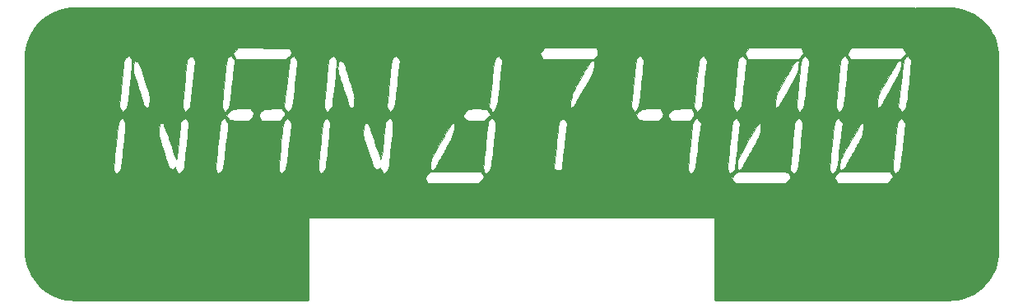
<source format=gbr>
%TF.GenerationSoftware,KiCad,Pcbnew,(5.1.9-0-10_14)*%
%TF.CreationDate,2021-09-15T11:16:31-05:00*%
%TF.ProjectId,nand7400-plaque,6e616e64-3734-4303-902d-706c61717565,rev?*%
%TF.SameCoordinates,Original*%
%TF.FileFunction,Paste,Top*%
%TF.FilePolarity,Positive*%
%FSLAX46Y46*%
G04 Gerber Fmt 4.6, Leading zero omitted, Abs format (unit mm)*
G04 Created by KiCad (PCBNEW (5.1.9-0-10_14)) date 2021-09-15 11:16:31*
%MOMM*%
%LPD*%
G01*
G04 APERTURE LIST*
%ADD10C,0.010000*%
%ADD11C,0.254000*%
%ADD12C,0.100000*%
G04 APERTURE END LIST*
D10*
%TO.C,G\u002A\u002A\u002A*%
G36*
X183003947Y-77522763D02*
G01*
X97446053Y-77522763D01*
X97446053Y-75821770D01*
X131268158Y-75821770D01*
X131303631Y-75951742D01*
X131396086Y-76144837D01*
X131489692Y-76302894D01*
X131533974Y-76325188D01*
X131642147Y-76343461D01*
X131824287Y-76358030D01*
X132090470Y-76369214D01*
X132450773Y-76377329D01*
X132915272Y-76382694D01*
X133494043Y-76385625D01*
X134140089Y-76386447D01*
X136736762Y-76386447D01*
X137013508Y-76055904D01*
X137188456Y-75846948D01*
X162812583Y-75846948D01*
X162991095Y-76116698D01*
X163169607Y-76386447D01*
X168260203Y-76386447D01*
X168546812Y-76105162D01*
X168700196Y-75940763D01*
X168789871Y-75821770D01*
X173378684Y-75821770D01*
X173414158Y-75951742D01*
X173506612Y-76144837D01*
X173600218Y-76302894D01*
X173644500Y-76325188D01*
X173752673Y-76343461D01*
X173934813Y-76358030D01*
X174200996Y-76369214D01*
X174561299Y-76377329D01*
X175025798Y-76382694D01*
X175604569Y-76385625D01*
X176250615Y-76386447D01*
X178847288Y-76386447D01*
X179124035Y-76055904D01*
X179400781Y-75725361D01*
X179229683Y-75454325D01*
X179058586Y-75183289D01*
X173892886Y-75183289D01*
X173635785Y-75461779D01*
X173494654Y-75628119D01*
X173401270Y-75763997D01*
X173378684Y-75821770D01*
X168789871Y-75821770D01*
X168804202Y-75802755D01*
X168833421Y-75735178D01*
X168795611Y-75612453D01*
X168705444Y-75446826D01*
X168597810Y-75296682D01*
X168534175Y-75234444D01*
X168453880Y-75223277D01*
X168257938Y-75213444D01*
X167964380Y-75204989D01*
X167591239Y-75197951D01*
X167156546Y-75192373D01*
X166678331Y-75188295D01*
X166174627Y-75185760D01*
X165663464Y-75184809D01*
X165162874Y-75185482D01*
X164690889Y-75187823D01*
X164265540Y-75191871D01*
X163904858Y-75197669D01*
X163626875Y-75205257D01*
X163449621Y-75214678D01*
X163394454Y-75222635D01*
X163297052Y-75293917D01*
X163155562Y-75435438D01*
X163052252Y-75554464D01*
X162812583Y-75846948D01*
X137188456Y-75846948D01*
X137290255Y-75725361D01*
X137119157Y-75454325D01*
X136948060Y-75183289D01*
X131782359Y-75183289D01*
X131525259Y-75461779D01*
X131384128Y-75628119D01*
X131290744Y-75763997D01*
X131268158Y-75821770D01*
X97446053Y-75821770D01*
X97446053Y-74835131D01*
X99216978Y-74835131D01*
X99220399Y-74944646D01*
X99230576Y-75022989D01*
X99246806Y-75081478D01*
X99268384Y-75131433D01*
X99287597Y-75169994D01*
X99382083Y-75312270D01*
X99474705Y-75382301D01*
X99486421Y-75383815D01*
X99573389Y-75332534D01*
X99697380Y-75200920D01*
X99782236Y-75087808D01*
X99836988Y-75006071D01*
X99882425Y-74926091D01*
X99921042Y-74833043D01*
X99955334Y-74712103D01*
X99987796Y-74548444D01*
X100020923Y-74327240D01*
X100057211Y-74033668D01*
X100099153Y-73652899D01*
X100149247Y-73170111D01*
X100209986Y-72570476D01*
X100216098Y-72509892D01*
X100269288Y-71968092D01*
X100315797Y-71465739D01*
X100343470Y-71145019D01*
X103831975Y-71145019D01*
X103838167Y-71314594D01*
X103864275Y-71499936D01*
X103914491Y-71721411D01*
X103993008Y-71999383D01*
X104104019Y-72354218D01*
X104251716Y-72806280D01*
X104330433Y-73044342D01*
X104440829Y-73384350D01*
X104557588Y-73754444D01*
X104657446Y-74080768D01*
X104667289Y-74113815D01*
X104814340Y-74505035D01*
X104985177Y-74765904D01*
X105180892Y-74897816D01*
X105295931Y-74915921D01*
X105445308Y-74859994D01*
X105500902Y-74765526D01*
X105536839Y-74674515D01*
X105562330Y-74693980D01*
X105592250Y-74824182D01*
X105655930Y-75009817D01*
X105758839Y-75192763D01*
X105873004Y-75331305D01*
X105967575Y-75383813D01*
X106047988Y-75335599D01*
X106166513Y-75215165D01*
X106206541Y-75166577D01*
X106326321Y-75010280D01*
X106411669Y-74891154D01*
X106424034Y-74871757D01*
X106429731Y-74844571D01*
X109714565Y-74844571D01*
X109724327Y-74964654D01*
X109744704Y-75055128D01*
X109775172Y-75133220D01*
X109783996Y-75152175D01*
X109885020Y-75321998D01*
X109983913Y-75370048D01*
X110103196Y-75297075D01*
X110217067Y-75166577D01*
X110287298Y-75080960D01*
X110343952Y-75012338D01*
X110389894Y-74946369D01*
X110427987Y-74868710D01*
X110438708Y-74835131D01*
X116194873Y-74835131D01*
X116198293Y-74944646D01*
X116208471Y-75022989D01*
X116224701Y-75081478D01*
X116246279Y-75131433D01*
X116265491Y-75169994D01*
X116359977Y-75312270D01*
X116452600Y-75382301D01*
X116464316Y-75383815D01*
X116551400Y-75332541D01*
X116675325Y-75201012D01*
X116759052Y-75089375D01*
X116803824Y-75026755D01*
X116841545Y-74973511D01*
X116874063Y-74918293D01*
X116903227Y-74849752D01*
X116904764Y-74844571D01*
X120275618Y-74844571D01*
X120285380Y-74964654D01*
X120305756Y-75055128D01*
X120336225Y-75133220D01*
X120345048Y-75152175D01*
X120446072Y-75321998D01*
X120544966Y-75370048D01*
X120664249Y-75297075D01*
X120778120Y-75166577D01*
X120897900Y-75010280D01*
X120983248Y-74891154D01*
X120995613Y-74871757D01*
X121012932Y-74789122D01*
X121041342Y-74589200D01*
X121078996Y-74287760D01*
X121124053Y-73900572D01*
X121174667Y-73443407D01*
X121228995Y-72932033D01*
X121275751Y-72476085D01*
X121396077Y-71283686D01*
X124873848Y-71283686D01*
X124892455Y-71462797D01*
X124935535Y-71643000D01*
X124979227Y-71783670D01*
X125190034Y-72432973D01*
X125376727Y-73011751D01*
X125534917Y-73506280D01*
X125660218Y-73902840D01*
X125748243Y-74187710D01*
X125755233Y-74210876D01*
X125888205Y-74548935D01*
X126046686Y-74779027D01*
X126221686Y-74894288D01*
X126404210Y-74887851D01*
X126533816Y-74805298D01*
X126624418Y-74732454D01*
X126653704Y-74755651D01*
X126656053Y-74814119D01*
X126691799Y-74958351D01*
X126779532Y-75129954D01*
X126889992Y-75283862D01*
X126993921Y-75375009D01*
X127025925Y-75383815D01*
X127112570Y-75332543D01*
X127236345Y-75200950D01*
X127321183Y-75087808D01*
X127375843Y-75006220D01*
X127421220Y-74926388D01*
X127459800Y-74833521D01*
X127494069Y-74712827D01*
X127506775Y-74648867D01*
X131780296Y-74648867D01*
X131801952Y-74863512D01*
X131876564Y-74968005D01*
X132008623Y-74970395D01*
X132140707Y-74913993D01*
X132214042Y-74844571D01*
X137253513Y-74844571D01*
X137263275Y-74964654D01*
X137283651Y-75055128D01*
X137314120Y-75133220D01*
X137322943Y-75152175D01*
X137423967Y-75321998D01*
X137522860Y-75370048D01*
X137642144Y-75297075D01*
X137756014Y-75166577D01*
X137826245Y-75080960D01*
X137882899Y-75012338D01*
X137928841Y-74946369D01*
X137935579Y-74932631D01*
X144503681Y-74932631D01*
X144563909Y-74959288D01*
X144721004Y-74977470D01*
X144896358Y-74982763D01*
X145289821Y-74982763D01*
X145310870Y-74835131D01*
X158305399Y-74835131D01*
X158308820Y-74944646D01*
X158318997Y-75022989D01*
X158335228Y-75081478D01*
X158356805Y-75131433D01*
X158376018Y-75169994D01*
X158470504Y-75312270D01*
X158563126Y-75382301D01*
X158574842Y-75383815D01*
X158661926Y-75332541D01*
X158785852Y-75201012D01*
X158869579Y-75089375D01*
X158914350Y-75026755D01*
X158952071Y-74973511D01*
X158984589Y-74918293D01*
X159013753Y-74849752D01*
X159015290Y-74844571D01*
X162386144Y-74844571D01*
X162395906Y-74964654D01*
X162416283Y-75055128D01*
X162446751Y-75133220D01*
X162455574Y-75152175D01*
X162556599Y-75321998D01*
X162655492Y-75370048D01*
X162774775Y-75297075D01*
X162888646Y-75166577D01*
X163008427Y-75010280D01*
X163093774Y-74891154D01*
X163106139Y-74871757D01*
X163123459Y-74789122D01*
X163148353Y-74613933D01*
X163364714Y-74613933D01*
X163368061Y-74792308D01*
X163396401Y-74890449D01*
X163428253Y-74922924D01*
X163516942Y-74972455D01*
X163589018Y-74965336D01*
X163666408Y-74926058D01*
X168761941Y-74926058D01*
X168903395Y-75154937D01*
X169014167Y-75300247D01*
X169115080Y-75379111D01*
X169136451Y-75383815D01*
X169223096Y-75332543D01*
X169346871Y-75200950D01*
X169431710Y-75087808D01*
X169486370Y-75006220D01*
X169531746Y-74926388D01*
X169569550Y-74835387D01*
X172877020Y-74835387D01*
X172880527Y-74945087D01*
X172890829Y-75023670D01*
X172907226Y-75082460D01*
X172929021Y-75132783D01*
X172949398Y-75173605D01*
X173052386Y-75324485D01*
X173162860Y-75358572D01*
X173295013Y-75273302D01*
X173450969Y-75083026D01*
X173523104Y-74973805D01*
X173579337Y-74858536D01*
X173596084Y-74805557D01*
X173879727Y-74805557D01*
X173903913Y-74900535D01*
X173930152Y-74927676D01*
X174053496Y-74977573D01*
X174186840Y-74946186D01*
X174251233Y-74913993D01*
X174324568Y-74844571D01*
X179364039Y-74844571D01*
X179373801Y-74964654D01*
X179394177Y-75055128D01*
X179424646Y-75133220D01*
X179433469Y-75152175D01*
X179534493Y-75321998D01*
X179633387Y-75370048D01*
X179752670Y-75297075D01*
X179866541Y-75166577D01*
X179936771Y-75080960D01*
X179993426Y-75012338D01*
X180039367Y-74946369D01*
X180077460Y-74868710D01*
X180110569Y-74765019D01*
X180141557Y-74620952D01*
X180173290Y-74422167D01*
X180208629Y-74154321D01*
X180250441Y-73803073D01*
X180301589Y-73354078D01*
X180364936Y-72792994D01*
X180397105Y-72509605D01*
X180446373Y-72077623D01*
X180495948Y-71644233D01*
X180541562Y-71246645D01*
X180578949Y-70922067D01*
X180595840Y-70776281D01*
X180625808Y-70498967D01*
X180633656Y-70313913D01*
X180613849Y-70180726D01*
X180560857Y-70059016D01*
X180479115Y-69924164D01*
X180362952Y-69759347D01*
X180266152Y-69654845D01*
X180230000Y-69635516D01*
X180150557Y-69683491D01*
X180030759Y-69804066D01*
X179983045Y-69861131D01*
X179940026Y-69913051D01*
X179903989Y-69958716D01*
X179873179Y-70010055D01*
X179845844Y-70078995D01*
X179820231Y-70177462D01*
X179794586Y-70317385D01*
X179767157Y-70510691D01*
X179736190Y-70769307D01*
X179699932Y-71105159D01*
X179656630Y-71530177D01*
X179604530Y-72056286D01*
X179541881Y-72695414D01*
X179492713Y-73197043D01*
X179441574Y-73723589D01*
X179403658Y-74134387D01*
X179378446Y-74446665D01*
X179365413Y-74677650D01*
X179364039Y-74844571D01*
X174324568Y-74844571D01*
X174357347Y-74813542D01*
X174473234Y-74641608D01*
X174514215Y-74563072D01*
X174629814Y-74336496D01*
X174773684Y-74075266D01*
X174848571Y-73946710D01*
X174983673Y-73712990D01*
X175108857Y-73483710D01*
X175162580Y-73378552D01*
X175244807Y-73219996D01*
X175305258Y-73120833D01*
X175313622Y-73111184D01*
X175365159Y-73036557D01*
X175452165Y-72887234D01*
X175494241Y-72810394D01*
X175625650Y-72569709D01*
X175765759Y-72318391D01*
X175789962Y-72275658D01*
X175989544Y-71912429D01*
X176128668Y-71622220D01*
X176221307Y-71367004D01*
X176281434Y-71108755D01*
X176320499Y-70831867D01*
X176348602Y-70499652D01*
X176340692Y-70286576D01*
X176293685Y-70182214D01*
X176204493Y-70176139D01*
X176136669Y-70210707D01*
X176024737Y-70317835D01*
X175913264Y-70476007D01*
X175912940Y-70476573D01*
X175839274Y-70604510D01*
X175714029Y-70820791D01*
X175552953Y-71098268D01*
X175371795Y-71409794D01*
X175315221Y-71506973D01*
X174981864Y-72079509D01*
X174709101Y-72549444D01*
X174490486Y-72929839D01*
X174319572Y-73233752D01*
X174189913Y-73474243D01*
X174095064Y-73664372D01*
X174028579Y-73817198D01*
X173984010Y-73945780D01*
X173954912Y-74063177D01*
X173934839Y-74182450D01*
X173917345Y-74316657D01*
X173913563Y-74346639D01*
X173883180Y-74629212D01*
X173879727Y-74805557D01*
X173596084Y-74805557D01*
X173625104Y-74713758D01*
X173665844Y-74516015D01*
X173706992Y-74241846D01*
X173753986Y-73867793D01*
X173776297Y-73679342D01*
X173833213Y-73194356D01*
X173898914Y-72634969D01*
X173966541Y-72059546D01*
X174029238Y-71526450D01*
X174050199Y-71348336D01*
X174190825Y-70153646D01*
X173998073Y-69915495D01*
X173866025Y-69766355D01*
X173758316Y-69668602D01*
X173729484Y-69652064D01*
X173651162Y-69687738D01*
X173539010Y-69807008D01*
X173481604Y-69886760D01*
X173421014Y-69988083D01*
X173372374Y-70100777D01*
X173331698Y-70245707D01*
X173294996Y-70443740D01*
X173258283Y-70715743D01*
X173217571Y-71082584D01*
X173177437Y-71478564D01*
X173101427Y-72244903D01*
X173037802Y-72889524D01*
X172985865Y-73423753D01*
X172944915Y-73858914D01*
X172914255Y-74206333D01*
X172893185Y-74477335D01*
X172881006Y-74683245D01*
X172877020Y-74835387D01*
X169569550Y-74835387D01*
X169570326Y-74833521D01*
X169604595Y-74712827D01*
X169637039Y-74549515D01*
X169670145Y-74328792D01*
X169706398Y-74035869D01*
X169748285Y-73655953D01*
X169798292Y-73174253D01*
X169858904Y-72575977D01*
X169866418Y-72501506D01*
X169928204Y-71884623D01*
X169976655Y-71386341D01*
X170012500Y-70992319D01*
X170036470Y-70688214D01*
X170049293Y-70459686D01*
X170051699Y-70292393D01*
X170044418Y-70171994D01*
X170028180Y-70084146D01*
X170003714Y-70014509D01*
X169994024Y-69993219D01*
X169873148Y-69773937D01*
X169763422Y-69677150D01*
X169641655Y-69696152D01*
X169484656Y-69824239D01*
X169467812Y-69841085D01*
X169414876Y-69890748D01*
X169370947Y-69930242D01*
X169334152Y-69971308D01*
X169302613Y-70025688D01*
X169274456Y-70105124D01*
X169247806Y-70221356D01*
X169220787Y-70386126D01*
X169191525Y-70611177D01*
X169158143Y-70908249D01*
X169118767Y-71289084D01*
X169071521Y-71765423D01*
X169014530Y-72349009D01*
X168945918Y-73051581D01*
X168931383Y-73199805D01*
X168761941Y-74926058D01*
X163666408Y-74926058D01*
X163690181Y-74913993D01*
X163796294Y-74813542D01*
X163912181Y-74641608D01*
X163953163Y-74563072D01*
X164068761Y-74336496D01*
X164212632Y-74075266D01*
X164287518Y-73946710D01*
X164422621Y-73712990D01*
X164547804Y-73483710D01*
X164601528Y-73378552D01*
X164683755Y-73219996D01*
X164744206Y-73120833D01*
X164752570Y-73111184D01*
X164804106Y-73036557D01*
X164891113Y-72887234D01*
X164933189Y-72810394D01*
X165064598Y-72569709D01*
X165204707Y-72318391D01*
X165228910Y-72275658D01*
X165428492Y-71912429D01*
X165567615Y-71622220D01*
X165660254Y-71367004D01*
X165720382Y-71108755D01*
X165759447Y-70831867D01*
X165787549Y-70499652D01*
X165779640Y-70286576D01*
X165732632Y-70182214D01*
X165643441Y-70176139D01*
X165575616Y-70210707D01*
X165463685Y-70317835D01*
X165352211Y-70476007D01*
X165351888Y-70476573D01*
X165278230Y-70604520D01*
X165153012Y-70820820D01*
X164991981Y-71098319D01*
X164810882Y-71409866D01*
X164754373Y-71506973D01*
X164422893Y-72076215D01*
X164151831Y-72542604D01*
X163934882Y-72919130D01*
X163765741Y-73218785D01*
X163638103Y-73454558D01*
X163545663Y-73639440D01*
X163482117Y-73786420D01*
X163441159Y-73908489D01*
X163416484Y-74018638D01*
X163401787Y-74129855D01*
X163390764Y-74255132D01*
X163384453Y-74329442D01*
X163364714Y-74613933D01*
X163148353Y-74613933D01*
X163151868Y-74589200D01*
X163189523Y-74287760D01*
X163234579Y-73900572D01*
X163285193Y-73443407D01*
X163339521Y-72932033D01*
X163386277Y-72476085D01*
X163620200Y-70157997D01*
X163486284Y-69969930D01*
X163395148Y-69822247D01*
X163352754Y-69714734D01*
X163352368Y-69708629D01*
X163315056Y-69637207D01*
X163218010Y-69661504D01*
X163083564Y-69771708D01*
X163005150Y-69861131D01*
X162962132Y-69913051D01*
X162926094Y-69958716D01*
X162895284Y-70010055D01*
X162867949Y-70078995D01*
X162842336Y-70177462D01*
X162816691Y-70317385D01*
X162789262Y-70510691D01*
X162758295Y-70769307D01*
X162722037Y-71105159D01*
X162678735Y-71530177D01*
X162626636Y-72056286D01*
X162563986Y-72695414D01*
X162514819Y-73197043D01*
X162463679Y-73723589D01*
X162425764Y-74134387D01*
X162400551Y-74446665D01*
X162387518Y-74677650D01*
X162386144Y-74844571D01*
X159015290Y-74844571D01*
X159041410Y-74756537D01*
X159069407Y-74627300D01*
X159099593Y-74450689D01*
X159133816Y-74215356D01*
X159173922Y-73909951D01*
X159221760Y-73523124D01*
X159279177Y-73043525D01*
X159348022Y-72459804D01*
X159430141Y-71760612D01*
X159478620Y-71348336D01*
X159619246Y-70153646D01*
X159426494Y-69915495D01*
X159294446Y-69766355D01*
X159186737Y-69668602D01*
X159157905Y-69652064D01*
X159079583Y-69687738D01*
X158967431Y-69807008D01*
X158910025Y-69886760D01*
X158849435Y-69988083D01*
X158800795Y-70100777D01*
X158760119Y-70245707D01*
X158723417Y-70443740D01*
X158686704Y-70715743D01*
X158645992Y-71082584D01*
X158605858Y-71478564D01*
X158529851Y-72244931D01*
X158466240Y-72889576D01*
X158414318Y-73423818D01*
X158373382Y-73858975D01*
X158342727Y-74206366D01*
X158321648Y-74477310D01*
X158309440Y-74683126D01*
X158305399Y-74835131D01*
X145310870Y-74835131D01*
X145330326Y-74698684D01*
X145347606Y-74562957D01*
X145377375Y-74312998D01*
X145417492Y-73967455D01*
X145465818Y-73544976D01*
X145520211Y-73064211D01*
X145578532Y-72543808D01*
X145606974Y-72288270D01*
X145843117Y-70161936D01*
X145691032Y-69970081D01*
X145527198Y-69795347D01*
X145392314Y-69735767D01*
X145262709Y-69783602D01*
X145222300Y-69816851D01*
X145169535Y-69863911D01*
X145124271Y-69908921D01*
X145084881Y-69962532D01*
X145049737Y-70035400D01*
X145017210Y-70138178D01*
X144985672Y-70281521D01*
X144953494Y-70476083D01*
X144919049Y-70732517D01*
X144880708Y-71061478D01*
X144836843Y-71473619D01*
X144785825Y-71979596D01*
X144726027Y-72590061D01*
X144655819Y-73315669D01*
X144601342Y-73879868D01*
X144567477Y-74233016D01*
X144538669Y-74538496D01*
X144517188Y-74771810D01*
X144505308Y-74908462D01*
X144503681Y-74932631D01*
X137935579Y-74932631D01*
X137966934Y-74868710D01*
X138000043Y-74765019D01*
X138031031Y-74620952D01*
X138062763Y-74422167D01*
X138098103Y-74154321D01*
X138139915Y-73803073D01*
X138191062Y-73354078D01*
X138254410Y-72792994D01*
X138286579Y-72509605D01*
X138335847Y-72077623D01*
X138385421Y-71644233D01*
X138431035Y-71246645D01*
X138468423Y-70922067D01*
X138485314Y-70776281D01*
X138515282Y-70498967D01*
X138523129Y-70313913D01*
X138503323Y-70180726D01*
X138450330Y-70059016D01*
X138368589Y-69924164D01*
X138252426Y-69759347D01*
X138155626Y-69654845D01*
X138119474Y-69635516D01*
X138040030Y-69683491D01*
X137920232Y-69804066D01*
X137872519Y-69861131D01*
X137829500Y-69913051D01*
X137793462Y-69958716D01*
X137762653Y-70010055D01*
X137735318Y-70078995D01*
X137709704Y-70177462D01*
X137684060Y-70317385D01*
X137656630Y-70510691D01*
X137625663Y-70769307D01*
X137589405Y-71105159D01*
X137546103Y-71530177D01*
X137494004Y-72056286D01*
X137431354Y-72695414D01*
X137382187Y-73197043D01*
X137331047Y-73723589D01*
X137293132Y-74134387D01*
X137267919Y-74446665D01*
X137254887Y-74677650D01*
X137253513Y-74844571D01*
X132214042Y-74844571D01*
X132246820Y-74813542D01*
X132362707Y-74641608D01*
X132403689Y-74563072D01*
X132519287Y-74336496D01*
X132663158Y-74075266D01*
X132738045Y-73946710D01*
X132873147Y-73712990D01*
X132998331Y-73483710D01*
X133052054Y-73378552D01*
X133134281Y-73219996D01*
X133194732Y-73120833D01*
X133203096Y-73111184D01*
X133254632Y-73036557D01*
X133341639Y-72887234D01*
X133383715Y-72810394D01*
X133515124Y-72569709D01*
X133655233Y-72318391D01*
X133679436Y-72275658D01*
X133879018Y-71912429D01*
X134018142Y-71622220D01*
X134110780Y-71367004D01*
X134170908Y-71108755D01*
X134209973Y-70831867D01*
X134238076Y-70499652D01*
X134230166Y-70286576D01*
X134183158Y-70182214D01*
X134093967Y-70176139D01*
X134026142Y-70210707D01*
X133914211Y-70317835D01*
X133802737Y-70476007D01*
X133802414Y-70476573D01*
X133728748Y-70604510D01*
X133603502Y-70820791D01*
X133442427Y-71098268D01*
X133261268Y-71409794D01*
X133204694Y-71506973D01*
X132871041Y-72080100D01*
X132598071Y-72550570D01*
X132379340Y-72931333D01*
X132208404Y-73235343D01*
X132078820Y-73475551D01*
X131984143Y-73664908D01*
X131917929Y-73816366D01*
X131873736Y-73942876D01*
X131845118Y-74057392D01*
X131825633Y-74172863D01*
X131808836Y-74302243D01*
X131807109Y-74316027D01*
X131780296Y-74648867D01*
X127506775Y-74648867D01*
X127526513Y-74549515D01*
X127559618Y-74328792D01*
X127595872Y-74035869D01*
X127637758Y-73655953D01*
X127687765Y-73174253D01*
X127748378Y-72575977D01*
X127755891Y-72501506D01*
X127817678Y-71884623D01*
X127866129Y-71386341D01*
X127901974Y-70992319D01*
X127925944Y-70688214D01*
X127938767Y-70459686D01*
X127941173Y-70292393D01*
X127933892Y-70171994D01*
X127917654Y-70084146D01*
X127893187Y-70014509D01*
X127883498Y-69993219D01*
X127762651Y-69773972D01*
X127652823Y-69677163D01*
X127530615Y-69696053D01*
X127372628Y-69823903D01*
X127355294Y-69841085D01*
X127126846Y-70069868D01*
X127027460Y-71105921D01*
X126984410Y-71555683D01*
X126937699Y-72045326D01*
X126892549Y-72520011D01*
X126854182Y-72924900D01*
X126849215Y-72977500D01*
X126803635Y-73397252D01*
X126757981Y-73694686D01*
X126712985Y-73866882D01*
X126669379Y-73910920D01*
X126632611Y-73840914D01*
X126596827Y-73729587D01*
X126524396Y-73512338D01*
X126422275Y-73209614D01*
X126297424Y-72841865D01*
X126156802Y-72429540D01*
X126007367Y-71993087D01*
X125856079Y-71552956D01*
X125713269Y-71139342D01*
X125599579Y-70810154D01*
X125503107Y-70529365D01*
X125431539Y-70319460D01*
X125392562Y-70202927D01*
X125387690Y-70186842D01*
X125328332Y-70174954D01*
X125191401Y-70170131D01*
X125060697Y-70185659D01*
X124995305Y-70258106D01*
X124960241Y-70420789D01*
X124908204Y-70795895D01*
X124879252Y-71072456D01*
X124873848Y-71283686D01*
X121396077Y-71283686D01*
X121509673Y-70157997D01*
X121375758Y-69969930D01*
X121284622Y-69822247D01*
X121242228Y-69714734D01*
X121241842Y-69708629D01*
X121204530Y-69637207D01*
X121107483Y-69661504D01*
X120973038Y-69771708D01*
X120894624Y-69861131D01*
X120851605Y-69913051D01*
X120815568Y-69958716D01*
X120784758Y-70010055D01*
X120757423Y-70078995D01*
X120731810Y-70177462D01*
X120706165Y-70317385D01*
X120678736Y-70510691D01*
X120647769Y-70769307D01*
X120611511Y-71105159D01*
X120568208Y-71530177D01*
X120516109Y-72056286D01*
X120453460Y-72695414D01*
X120404292Y-73197043D01*
X120353153Y-73723589D01*
X120315237Y-74134387D01*
X120290025Y-74446665D01*
X120276992Y-74677650D01*
X120275618Y-74844571D01*
X116904764Y-74844571D01*
X116930884Y-74756537D01*
X116958881Y-74627300D01*
X116989067Y-74450689D01*
X117023289Y-74215356D01*
X117063396Y-73909951D01*
X117111233Y-73523124D01*
X117168651Y-73043525D01*
X117237495Y-72459804D01*
X117319615Y-71760612D01*
X117368093Y-71348336D01*
X117508720Y-70153646D01*
X117315968Y-69915495D01*
X117183920Y-69766355D01*
X117076211Y-69668602D01*
X117047378Y-69652064D01*
X116969056Y-69687738D01*
X116856905Y-69807008D01*
X116799498Y-69886760D01*
X116738909Y-69988083D01*
X116690269Y-70100777D01*
X116649592Y-70245707D01*
X116612891Y-70443740D01*
X116576178Y-70715743D01*
X116535466Y-71082584D01*
X116495332Y-71478564D01*
X116419325Y-72244931D01*
X116355713Y-72889576D01*
X116303792Y-73423818D01*
X116262856Y-73858975D01*
X116232201Y-74206366D01*
X116211122Y-74477310D01*
X116198914Y-74683126D01*
X116194873Y-74835131D01*
X110438708Y-74835131D01*
X110461095Y-74765019D01*
X110492084Y-74620952D01*
X110523816Y-74422167D01*
X110559156Y-74154321D01*
X110600967Y-73803073D01*
X110652115Y-73354078D01*
X110715462Y-72792994D01*
X110747631Y-72509605D01*
X110796900Y-72077623D01*
X110846474Y-71644233D01*
X110892088Y-71246645D01*
X110929475Y-70922067D01*
X110946366Y-70776281D01*
X110976335Y-70498967D01*
X110984182Y-70313913D01*
X110964376Y-70180726D01*
X110911383Y-70059016D01*
X110829642Y-69924164D01*
X110713479Y-69759347D01*
X110616678Y-69654845D01*
X110580526Y-69635516D01*
X110501083Y-69683491D01*
X110381285Y-69804066D01*
X110333571Y-69861131D01*
X110290553Y-69913051D01*
X110254515Y-69958716D01*
X110223705Y-70010055D01*
X110196370Y-70078995D01*
X110170757Y-70177462D01*
X110145112Y-70317385D01*
X110117683Y-70510691D01*
X110086716Y-70769307D01*
X110050458Y-71105159D01*
X110007156Y-71530177D01*
X109955057Y-72056286D01*
X109892407Y-72695414D01*
X109843240Y-73197043D01*
X109792100Y-73723589D01*
X109754185Y-74134387D01*
X109728972Y-74446665D01*
X109715939Y-74677650D01*
X109714565Y-74844571D01*
X106429731Y-74844571D01*
X106441353Y-74789122D01*
X106469763Y-74589200D01*
X106507417Y-74287760D01*
X106552474Y-73900572D01*
X106603088Y-73443407D01*
X106657416Y-72932033D01*
X106704172Y-72476085D01*
X106938094Y-70157997D01*
X106804179Y-69969930D01*
X106713043Y-69822247D01*
X106670649Y-69714734D01*
X106670263Y-69708629D01*
X106630770Y-69637309D01*
X106527201Y-69658714D01*
X106381923Y-69763590D01*
X106276135Y-69871668D01*
X106154151Y-70014045D01*
X106079571Y-70107738D01*
X106068684Y-70125851D01*
X106062263Y-70194440D01*
X106044205Y-70377943D01*
X106016313Y-70658266D01*
X105980392Y-71017317D01*
X105938248Y-71437003D01*
X105901579Y-71801128D01*
X105855159Y-72270507D01*
X105813695Y-72706989D01*
X105779069Y-73089337D01*
X105753166Y-73396314D01*
X105737866Y-73606683D01*
X105734474Y-73685892D01*
X105718916Y-73857220D01*
X105675157Y-73902101D01*
X105607565Y-73823748D01*
X105520509Y-73625369D01*
X105475402Y-73495526D01*
X105412798Y-73307985D01*
X105315069Y-73019416D01*
X105190847Y-72655107D01*
X105048764Y-72240352D01*
X104897452Y-71800441D01*
X104842339Y-71640658D01*
X104682731Y-71179328D01*
X104559244Y-70828846D01*
X104464379Y-70573690D01*
X104390639Y-70398338D01*
X104330527Y-70287270D01*
X104276543Y-70224965D01*
X104221190Y-70195902D01*
X104156972Y-70184559D01*
X104137996Y-70182607D01*
X103994000Y-70173974D01*
X103929475Y-70181659D01*
X103929229Y-70182607D01*
X103921803Y-70253888D01*
X103902425Y-70426053D01*
X103874704Y-70667206D01*
X103862568Y-70771710D01*
X103841506Y-70970846D01*
X103831975Y-71145019D01*
X100343470Y-71145019D01*
X100354341Y-71019034D01*
X100383635Y-70644180D01*
X100402397Y-70357380D01*
X100409343Y-70174835D01*
X100405827Y-70115505D01*
X100330802Y-69962499D01*
X100224439Y-69802934D01*
X100118610Y-69679730D01*
X100049291Y-69635394D01*
X99978808Y-69686475D01*
X99871415Y-69815632D01*
X99818755Y-69891064D01*
X99758999Y-69991656D01*
X99710843Y-70105193D01*
X99670342Y-70252462D01*
X99633549Y-70454251D01*
X99596519Y-70731349D01*
X99555307Y-71104543D01*
X99517437Y-71478564D01*
X99441430Y-72244931D01*
X99377819Y-72889576D01*
X99325897Y-73423818D01*
X99284961Y-73858975D01*
X99254306Y-74206366D01*
X99233227Y-74477310D01*
X99221019Y-74683126D01*
X99216978Y-74835131D01*
X97446053Y-74835131D01*
X97446053Y-69383563D01*
X110816434Y-69383563D01*
X110949138Y-69569929D01*
X111039792Y-69717113D01*
X111081531Y-69824074D01*
X111081842Y-69829529D01*
X111141267Y-69861547D01*
X111322141Y-69884236D01*
X111628365Y-69897874D01*
X112063838Y-69902743D01*
X112098366Y-69902763D01*
X113114890Y-69902763D01*
X113368366Y-69655250D01*
X113530643Y-69468665D01*
X114171997Y-69468665D01*
X114262983Y-69662291D01*
X114294815Y-69708629D01*
X114433050Y-69902763D01*
X116323311Y-69902763D01*
X116576787Y-69655250D01*
X116754241Y-69451215D01*
X116782653Y-69373213D01*
X135193463Y-69373213D01*
X135223394Y-69486100D01*
X135282859Y-69570996D01*
X135373552Y-69713563D01*
X135410882Y-69819210D01*
X135446479Y-69853852D01*
X135561583Y-69878248D01*
X135770811Y-69893653D01*
X136088776Y-69901324D01*
X136383338Y-69902763D01*
X137354307Y-69902763D01*
X137656728Y-69600342D01*
X137873507Y-69383563D01*
X152926960Y-69383563D01*
X153059664Y-69569929D01*
X153150318Y-69717113D01*
X153192058Y-69824074D01*
X153192368Y-69829529D01*
X153251793Y-69861547D01*
X153432667Y-69884236D01*
X153738891Y-69897874D01*
X154174365Y-69902743D01*
X154208892Y-69902763D01*
X155225416Y-69902763D01*
X155478892Y-69655250D01*
X155641169Y-69468665D01*
X156282523Y-69468665D01*
X156373509Y-69662291D01*
X156405341Y-69708629D01*
X156543577Y-69902763D01*
X158433837Y-69902763D01*
X158687313Y-69655250D01*
X158864768Y-69451215D01*
X158928583Y-69276018D01*
X158882700Y-69094884D01*
X158770282Y-68923151D01*
X158599775Y-68699605D01*
X157684098Y-68701731D01*
X157295624Y-68704543D01*
X157015533Y-68715881D01*
X156818526Y-68743235D01*
X156679306Y-68794098D01*
X156572574Y-68875962D01*
X156473032Y-68996318D01*
X156415046Y-69077555D01*
X156296122Y-69289771D01*
X156282523Y-69468665D01*
X155641169Y-69468665D01*
X155656346Y-69451215D01*
X155720162Y-69276018D01*
X155674279Y-69094884D01*
X155561861Y-68923151D01*
X155391354Y-68699605D01*
X154475677Y-68699687D01*
X154083040Y-68701986D01*
X153796790Y-68715194D01*
X153589639Y-68748895D01*
X153434297Y-68812673D01*
X153303474Y-68916113D01*
X153169880Y-69068800D01*
X153074015Y-69191979D01*
X152926960Y-69383563D01*
X137873507Y-69383563D01*
X137959149Y-69297922D01*
X137822074Y-69105419D01*
X137729900Y-68958693D01*
X137685673Y-68854328D01*
X137685000Y-68846833D01*
X137662886Y-68791039D01*
X137585256Y-68750778D01*
X137435176Y-68723796D01*
X137195714Y-68707837D01*
X136849937Y-68700648D01*
X136579343Y-68699605D01*
X136218261Y-68700415D01*
X135965605Y-68705741D01*
X135796119Y-68719930D01*
X135684546Y-68747327D01*
X135605627Y-68792278D01*
X135534106Y-68859127D01*
X135510962Y-68883421D01*
X135366401Y-69056439D01*
X135251908Y-69226942D01*
X135246549Y-69236785D01*
X135193463Y-69373213D01*
X116782653Y-69373213D01*
X116818057Y-69276018D01*
X116772174Y-69094884D01*
X116659756Y-68923151D01*
X116489249Y-68699605D01*
X115573572Y-68701731D01*
X115185098Y-68704543D01*
X114905007Y-68715881D01*
X114708000Y-68743235D01*
X114568779Y-68794098D01*
X114462047Y-68875962D01*
X114362506Y-68996318D01*
X114304519Y-69077555D01*
X114185596Y-69289771D01*
X114171997Y-69468665D01*
X113530643Y-69468665D01*
X113545820Y-69451215D01*
X113609635Y-69276018D01*
X113563753Y-69094884D01*
X113451335Y-68923151D01*
X113280828Y-68699605D01*
X112365151Y-68699687D01*
X111972513Y-68701986D01*
X111686264Y-68715194D01*
X111479113Y-68748895D01*
X111323770Y-68812673D01*
X111192947Y-68916113D01*
X111059353Y-69068800D01*
X110963489Y-69191979D01*
X110816434Y-69383563D01*
X97446053Y-69383563D01*
X97446053Y-68319634D01*
X99810607Y-68319634D01*
X99818761Y-68475918D01*
X99849313Y-68599302D01*
X99904647Y-68723090D01*
X99922195Y-68757167D01*
X100024644Y-68922697D01*
X100120484Y-68982079D01*
X100233086Y-68933008D01*
X100385816Y-68773176D01*
X100440796Y-68705969D01*
X100503419Y-68625062D01*
X100553570Y-68544823D01*
X100594680Y-68447650D01*
X100630179Y-68315940D01*
X100663497Y-68132092D01*
X100698064Y-67878504D01*
X100737310Y-67537573D01*
X100784665Y-67091697D01*
X100818007Y-66770248D01*
X100891418Y-66061584D01*
X100952100Y-65473574D01*
X101000666Y-64993854D01*
X101035918Y-64628783D01*
X101206639Y-64628783D01*
X101221454Y-64777957D01*
X101256907Y-64953817D01*
X101317921Y-65178258D01*
X101409423Y-65473178D01*
X101536337Y-65860472D01*
X101624818Y-66126184D01*
X101765346Y-66550708D01*
X101897176Y-66955428D01*
X102012146Y-67314778D01*
X102102091Y-67603193D01*
X102158847Y-67795108D01*
X102164880Y-67817325D01*
X102269607Y-68163852D01*
X102372821Y-68392293D01*
X102484418Y-68517760D01*
X102614293Y-68555362D01*
X102646848Y-68553281D01*
X102735735Y-68536107D01*
X102793267Y-68491160D01*
X102831021Y-68390752D01*
X102844030Y-68309951D01*
X106287936Y-68309951D01*
X106298399Y-68460380D01*
X106334099Y-68586173D01*
X106397959Y-68723343D01*
X106408358Y-68743648D01*
X106502167Y-68911325D01*
X106574824Y-69015092D01*
X106597219Y-69031749D01*
X106656173Y-68981613D01*
X106765323Y-68854970D01*
X106852699Y-68742926D01*
X107068556Y-68456169D01*
X107084161Y-68319634D01*
X110371660Y-68319634D01*
X110379813Y-68475918D01*
X110410366Y-68599302D01*
X110465699Y-68723090D01*
X110483248Y-68757167D01*
X110582434Y-68911382D01*
X110672229Y-68992361D01*
X110702381Y-68995685D01*
X110781379Y-68925158D01*
X110895705Y-68778642D01*
X110965151Y-68674901D01*
X111030370Y-68562990D01*
X111050887Y-68516112D01*
X116756928Y-68516112D01*
X116928228Y-68774964D01*
X117039516Y-68928133D01*
X117125377Y-69019886D01*
X117148711Y-69031749D01*
X117213271Y-68981415D01*
X117325743Y-68854548D01*
X117409500Y-68747670D01*
X117456713Y-68688084D01*
X117496201Y-68639398D01*
X117529717Y-68590180D01*
X117559008Y-68529000D01*
X117585825Y-68444427D01*
X117611917Y-68325029D01*
X117614385Y-68309951D01*
X120859514Y-68309951D01*
X120869978Y-68460380D01*
X120905678Y-68586173D01*
X120969538Y-68723343D01*
X120979936Y-68743648D01*
X121074905Y-68911919D01*
X121150217Y-69016635D01*
X121174322Y-69033815D01*
X121238818Y-68985960D01*
X121351733Y-68864360D01*
X121418731Y-68783158D01*
X121546959Y-68617943D01*
X121641577Y-68489019D01*
X121664381Y-68454496D01*
X121685853Y-68368163D01*
X121716792Y-68164113D01*
X121757478Y-67839854D01*
X121808192Y-67392896D01*
X121869213Y-66820746D01*
X121940823Y-66120915D01*
X122023302Y-65290911D01*
X122042979Y-65090131D01*
X122076262Y-64758488D01*
X122097759Y-64553080D01*
X122268908Y-64553080D01*
X122286342Y-64823824D01*
X122345353Y-65102929D01*
X122453751Y-65443201D01*
X122470637Y-65491184D01*
X122523804Y-65647692D01*
X122609134Y-65906529D01*
X122718458Y-66242566D01*
X122843606Y-66630679D01*
X122976407Y-67045739D01*
X122992225Y-67095394D01*
X123121040Y-67494496D01*
X123239999Y-67852833D01*
X123341989Y-68149785D01*
X123419897Y-68364735D01*
X123466611Y-68477063D01*
X123471838Y-68485747D01*
X123581535Y-68544694D01*
X123709278Y-68552590D01*
X123794879Y-68534899D01*
X123845587Y-68491736D01*
X127322792Y-68491736D01*
X127462030Y-68758869D01*
X127561004Y-68912459D01*
X127650641Y-68992647D01*
X127680276Y-68995685D01*
X127758996Y-68925257D01*
X127873494Y-68778507D01*
X127945660Y-68670768D01*
X128017061Y-68546732D01*
X128035271Y-68503665D01*
X137812847Y-68503665D01*
X137949450Y-68695506D01*
X138041645Y-68844296D01*
X138085474Y-68953024D01*
X138086053Y-68960581D01*
X138126242Y-69028642D01*
X138226125Y-69002034D01*
X138308678Y-68935325D01*
X138429514Y-68802608D01*
X138524738Y-68661737D01*
X138600082Y-68491979D01*
X138661276Y-68272600D01*
X138665376Y-68250089D01*
X146195955Y-68250089D01*
X146196198Y-68438637D01*
X146214272Y-68510250D01*
X146311605Y-68564271D01*
X146441337Y-68518573D01*
X146514509Y-68448947D01*
X146606314Y-68319634D01*
X152482186Y-68319634D01*
X152490340Y-68475918D01*
X152520892Y-68599302D01*
X152576225Y-68723090D01*
X152593774Y-68757167D01*
X152692960Y-68911382D01*
X152782755Y-68992361D01*
X152812907Y-68995685D01*
X152891905Y-68925158D01*
X153006232Y-68778642D01*
X153075677Y-68674901D01*
X153140897Y-68562990D01*
X153161413Y-68516112D01*
X158867455Y-68516112D01*
X159038755Y-68774964D01*
X159150042Y-68928133D01*
X159235903Y-69019886D01*
X159259238Y-69031749D01*
X159323797Y-68981415D01*
X159436269Y-68854548D01*
X159520026Y-68747670D01*
X159567239Y-68688084D01*
X159606728Y-68639398D01*
X159640243Y-68590180D01*
X159669534Y-68529000D01*
X159696351Y-68444427D01*
X159722444Y-68325029D01*
X159724912Y-68309951D01*
X162970041Y-68309951D01*
X162980505Y-68460380D01*
X163016204Y-68586173D01*
X163080064Y-68723343D01*
X163090463Y-68743648D01*
X163185431Y-68911919D01*
X163260743Y-69016635D01*
X163284848Y-69033815D01*
X163349344Y-68985960D01*
X163462259Y-68864360D01*
X163529258Y-68783158D01*
X163657485Y-68617943D01*
X163752104Y-68489019D01*
X163774907Y-68454496D01*
X163786633Y-68404970D01*
X167244948Y-68404970D01*
X167264786Y-68502565D01*
X167368314Y-68561720D01*
X167507343Y-68529628D01*
X167530000Y-68514766D01*
X167557960Y-68492484D01*
X167558627Y-68491736D01*
X169433318Y-68491736D01*
X169572556Y-68758869D01*
X169671530Y-68912459D01*
X169761167Y-68992647D01*
X169790802Y-68995685D01*
X169869522Y-68925257D01*
X169984021Y-68778507D01*
X170056187Y-68670768D01*
X170127588Y-68546732D01*
X170183761Y-68413886D01*
X170212769Y-68309951D01*
X173531093Y-68309951D01*
X173541557Y-68460380D01*
X173577257Y-68586173D01*
X173641117Y-68723343D01*
X173651515Y-68743648D01*
X173745325Y-68911325D01*
X173817982Y-69015092D01*
X173840377Y-69031749D01*
X173899400Y-68981583D01*
X174008119Y-68855098D01*
X174091605Y-68747670D01*
X174138914Y-68687937D01*
X174178474Y-68639087D01*
X174212041Y-68589659D01*
X174241372Y-68528194D01*
X174264268Y-68455744D01*
X177754825Y-68455744D01*
X177763746Y-68510250D01*
X177861078Y-68564271D01*
X177990811Y-68518573D01*
X178006478Y-68503665D01*
X179923373Y-68503665D01*
X180059976Y-68695506D01*
X180152171Y-68844296D01*
X180196000Y-68953024D01*
X180196579Y-68960581D01*
X180236768Y-69028642D01*
X180336652Y-69002034D01*
X180419204Y-68935325D01*
X180540040Y-68802608D01*
X180635264Y-68661737D01*
X180710608Y-68491979D01*
X180771802Y-68272600D01*
X180824578Y-67982867D01*
X180874666Y-67602048D01*
X180927797Y-67109408D01*
X180930061Y-67087147D01*
X180980909Y-66587514D01*
X181036674Y-66041809D01*
X181092318Y-65499182D01*
X181142803Y-65008782D01*
X181170219Y-64743701D01*
X181278918Y-63695428D01*
X181089161Y-63457613D01*
X180899403Y-63219798D01*
X180682932Y-63436412D01*
X180635720Y-63480155D01*
X180596044Y-63515415D01*
X180562140Y-63553033D01*
X180532246Y-63603854D01*
X180504600Y-63678720D01*
X180477440Y-63788476D01*
X180449004Y-63943964D01*
X180417528Y-64156028D01*
X180381252Y-64435510D01*
X180338412Y-64793256D01*
X180287247Y-65240106D01*
X180225993Y-65786906D01*
X180152890Y-66444498D01*
X180066175Y-67223726D01*
X180063457Y-67248082D01*
X179923373Y-68503665D01*
X178006478Y-68503665D01*
X178063982Y-68448947D01*
X178170065Y-68299525D01*
X178253318Y-68164868D01*
X178326714Y-68036410D01*
X178447081Y-67825821D01*
X178595028Y-67567022D01*
X178692702Y-67396184D01*
X179038586Y-66790899D01*
X179324369Y-66288395D01*
X179556245Y-65875365D01*
X179740408Y-65538503D01*
X179883053Y-65264502D01*
X179990375Y-65040056D01*
X180068566Y-64851857D01*
X180123823Y-64686599D01*
X180162338Y-64530975D01*
X180190306Y-64371678D01*
X180213922Y-64195402D01*
X180225120Y-64104210D01*
X180268025Y-63753289D01*
X180068399Y-63753289D01*
X179952647Y-63768129D01*
X179856041Y-63829600D01*
X179751132Y-63963134D01*
X179631623Y-64157923D01*
X179513486Y-64367956D01*
X179428532Y-64535143D01*
X179394523Y-64624435D01*
X179394474Y-64625818D01*
X179347250Y-64687796D01*
X179335427Y-64689079D01*
X179267767Y-64743528D01*
X179238100Y-64806052D01*
X179182643Y-64929546D01*
X179083923Y-65114051D01*
X179020325Y-65223815D01*
X178887114Y-65448881D01*
X178759569Y-65667250D01*
X178716599Y-65741842D01*
X178591175Y-65961105D01*
X178468022Y-66176315D01*
X178361214Y-66361045D01*
X178225027Y-66594195D01*
X178146466Y-66727763D01*
X178028353Y-66935872D01*
X177934450Y-67115438D01*
X177898058Y-67195658D01*
X177865308Y-67328488D01*
X177831048Y-67541738D01*
X177799072Y-67798250D01*
X177773179Y-68060861D01*
X177757164Y-68292413D01*
X177754825Y-68455744D01*
X174264268Y-68455744D01*
X174268223Y-68443232D01*
X174294351Y-68323314D01*
X174321513Y-68156980D01*
X174351463Y-67932770D01*
X174385960Y-67639224D01*
X174426758Y-67264883D01*
X174475616Y-66798288D01*
X174534288Y-66227978D01*
X174604532Y-65542494D01*
X174648600Y-65113542D01*
X174787207Y-63766690D01*
X174644355Y-63492621D01*
X174542470Y-63329116D01*
X174449222Y-63231085D01*
X174417682Y-63218552D01*
X174325046Y-63266218D01*
X174197831Y-63384877D01*
X174160831Y-63427416D01*
X174108791Y-63490647D01*
X174066496Y-63551030D01*
X174031421Y-63623737D01*
X174001045Y-63723939D01*
X173972843Y-63866810D01*
X173944291Y-64067521D01*
X173912868Y-64341244D01*
X173876049Y-64703152D01*
X173831311Y-65168416D01*
X173778690Y-65725131D01*
X173733657Y-66196846D01*
X173687466Y-66671962D01*
X173643456Y-67116758D01*
X173604965Y-67497516D01*
X173575330Y-67780513D01*
X173574178Y-67791148D01*
X173542942Y-68098877D01*
X173531093Y-68309951D01*
X170212769Y-68309951D01*
X170230074Y-68247952D01*
X170271897Y-68024651D01*
X170314598Y-67719705D01*
X170363547Y-67308834D01*
X170370104Y-67251177D01*
X170424917Y-66770131D01*
X170488677Y-66214423D01*
X170554693Y-65642154D01*
X170616273Y-65111429D01*
X170636822Y-64935269D01*
X170775999Y-63744355D01*
X170564342Y-63477115D01*
X170352684Y-63209876D01*
X170134688Y-63421166D01*
X170053333Y-63503489D01*
X169990951Y-63584797D01*
X169942860Y-63685274D01*
X169904379Y-63825106D01*
X169870825Y-64024479D01*
X169837518Y-64303579D01*
X169799776Y-64682591D01*
X169770854Y-64989868D01*
X169744577Y-65268212D01*
X169708546Y-65646068D01*
X169665979Y-66089896D01*
X169620094Y-66566155D01*
X169574108Y-67041303D01*
X169570836Y-67075013D01*
X169433318Y-68491736D01*
X167558627Y-68491736D01*
X167588050Y-68458786D01*
X167630583Y-68396537D01*
X167695872Y-68288602D01*
X167794230Y-68117845D01*
X167935971Y-67867131D01*
X168131408Y-67519325D01*
X168163014Y-67463026D01*
X168508706Y-66847641D01*
X168795258Y-66337176D01*
X169028372Y-65919645D01*
X169213746Y-65583062D01*
X169357082Y-65315441D01*
X169464081Y-65104795D01*
X169540442Y-64939137D01*
X169591867Y-64806482D01*
X169624055Y-64694843D01*
X169642709Y-64592234D01*
X169653527Y-64486669D01*
X169662210Y-64366160D01*
X169667242Y-64300129D01*
X169712359Y-63744074D01*
X169499817Y-63765392D01*
X169374003Y-63802998D01*
X169251241Y-63900466D01*
X169118750Y-64074371D01*
X168963744Y-64341288D01*
X168787419Y-64689079D01*
X168705192Y-64847635D01*
X168644741Y-64946798D01*
X168636377Y-64956447D01*
X168585372Y-65031412D01*
X168499896Y-65181371D01*
X168459370Y-65257237D01*
X168330311Y-65497311D01*
X168190799Y-65748210D01*
X168165841Y-65791973D01*
X168028810Y-66032885D01*
X167867246Y-66321270D01*
X167665718Y-66684764D01*
X167535942Y-66920018D01*
X167464523Y-67096142D01*
X167394347Y-67347065D01*
X167331357Y-67638098D01*
X167281499Y-67934553D01*
X167250714Y-68201740D01*
X167244948Y-68404970D01*
X163786633Y-68404970D01*
X163795792Y-68366291D01*
X163826459Y-68166874D01*
X163864073Y-67878121D01*
X163905799Y-67521906D01*
X163948804Y-67120105D01*
X163952460Y-67084233D01*
X164003239Y-66585292D01*
X164058912Y-66040490D01*
X164114442Y-65498980D01*
X164164792Y-65009915D01*
X164191935Y-64747490D01*
X164300242Y-63703008D01*
X164143805Y-63461607D01*
X164006703Y-63286028D01*
X163883501Y-63232658D01*
X163744755Y-63299239D01*
X163617666Y-63421295D01*
X163561254Y-63481311D01*
X163515625Y-63537184D01*
X163478172Y-63603922D01*
X163446291Y-63696536D01*
X163417374Y-63830036D01*
X163388815Y-64019431D01*
X163358009Y-64279732D01*
X163322348Y-64625948D01*
X163279226Y-65073089D01*
X163226038Y-65636165D01*
X163217637Y-65725131D01*
X163172604Y-66196846D01*
X163126414Y-66671962D01*
X163082404Y-67116758D01*
X163043912Y-67497516D01*
X163014277Y-67780513D01*
X163013125Y-67791148D01*
X162981889Y-68098877D01*
X162970041Y-68309951D01*
X159724912Y-68309951D01*
X159749561Y-68159378D01*
X159779454Y-67936040D01*
X159813871Y-67643586D01*
X159854563Y-67270586D01*
X159903279Y-66805607D01*
X159961769Y-66237220D01*
X160031783Y-65553993D01*
X160078494Y-65099302D01*
X160218574Y-63738209D01*
X160044791Y-63475604D01*
X159871007Y-63212999D01*
X159677840Y-63366170D01*
X159618985Y-63409193D01*
X159569751Y-63443700D01*
X159528151Y-63480878D01*
X159492195Y-63531911D01*
X159459895Y-63607988D01*
X159429263Y-63720293D01*
X159398310Y-63880012D01*
X159365048Y-64098333D01*
X159327488Y-64386440D01*
X159283642Y-64755519D01*
X159231522Y-65216758D01*
X159169138Y-65781342D01*
X159094502Y-66460457D01*
X159040144Y-66953516D01*
X158867455Y-68516112D01*
X153161413Y-68516112D01*
X153192615Y-68444822D01*
X153235160Y-68298628D01*
X153272856Y-68102639D01*
X153310030Y-67835087D01*
X153351008Y-67474201D01*
X153391006Y-67088205D01*
X153441820Y-66588913D01*
X153497499Y-66044033D01*
X153553027Y-65502526D01*
X153603385Y-65013353D01*
X153630882Y-64747490D01*
X153739190Y-63703008D01*
X153582753Y-63461607D01*
X153438280Y-63282961D01*
X153309510Y-63233568D01*
X153180113Y-63312894D01*
X153080160Y-63445121D01*
X153035443Y-63520985D01*
X152996937Y-63608277D01*
X152962468Y-63721467D01*
X152929864Y-63875027D01*
X152896954Y-64083428D01*
X152861564Y-64361142D01*
X152821523Y-64722639D01*
X152774658Y-65182391D01*
X152718796Y-65754870D01*
X152692751Y-66025921D01*
X152651084Y-66459524D01*
X152606892Y-66917468D01*
X152564905Y-67350859D01*
X152529852Y-67710801D01*
X152523552Y-67775152D01*
X152494051Y-68097147D01*
X152482186Y-68319634D01*
X146606314Y-68319634D01*
X146620591Y-68299525D01*
X146703844Y-68164868D01*
X146777241Y-68036410D01*
X146897607Y-67825821D01*
X147045554Y-67567022D01*
X147143228Y-67396184D01*
X147494243Y-66781814D01*
X147784781Y-66270214D01*
X148020659Y-65848064D01*
X148207695Y-65502047D01*
X148351708Y-65218843D01*
X148458515Y-64985135D01*
X148533934Y-64787603D01*
X148583782Y-64612928D01*
X148613878Y-64447793D01*
X148630039Y-64278879D01*
X148638083Y-64092867D01*
X148641465Y-63966291D01*
X148634844Y-63816504D01*
X148578436Y-63762274D01*
X148435114Y-63765765D01*
X148244132Y-63828665D01*
X148112586Y-63987237D01*
X148018915Y-64157251D01*
X147893117Y-64385684D01*
X147799686Y-64555394D01*
X147660880Y-64806615D01*
X147521192Y-65057954D01*
X147447113Y-65190394D01*
X147313219Y-65431572D01*
X147175784Y-65683223D01*
X147153189Y-65725131D01*
X147059751Y-65893112D01*
X146991411Y-66005487D01*
X146976053Y-66025921D01*
X146922739Y-66107937D01*
X146819298Y-66292185D01*
X146675204Y-66561234D01*
X146499932Y-66897654D01*
X146460838Y-66973696D01*
X146391244Y-67155913D01*
X146324301Y-67409925D01*
X146265665Y-67700469D01*
X146220997Y-67992278D01*
X146195955Y-68250089D01*
X138665376Y-68250089D01*
X138714052Y-67982867D01*
X138764140Y-67602048D01*
X138817271Y-67109408D01*
X138819534Y-67087147D01*
X138870383Y-66587514D01*
X138926148Y-66041809D01*
X138981791Y-65499182D01*
X139032277Y-65008782D01*
X139059693Y-64743701D01*
X139168391Y-63695428D01*
X138788877Y-63219798D01*
X138572405Y-63436412D01*
X138525194Y-63480155D01*
X138485517Y-63515415D01*
X138451613Y-63553033D01*
X138421720Y-63603854D01*
X138394074Y-63678720D01*
X138366914Y-63788476D01*
X138338477Y-63943964D01*
X138307002Y-64156028D01*
X138270725Y-64435510D01*
X138227886Y-64793256D01*
X138176720Y-65240106D01*
X138115467Y-65786906D01*
X138042364Y-66444498D01*
X137955648Y-67223726D01*
X137952931Y-67248082D01*
X137812847Y-68503665D01*
X128035271Y-68503665D01*
X128073234Y-68413886D01*
X128119548Y-68247952D01*
X128161371Y-68024651D01*
X128204072Y-67719705D01*
X128253020Y-67308834D01*
X128259578Y-67251177D01*
X128314391Y-66770131D01*
X128378151Y-66214423D01*
X128444167Y-65642154D01*
X128505747Y-65111429D01*
X128526296Y-64935269D01*
X128665473Y-63744355D01*
X128453815Y-63477115D01*
X128242158Y-63209876D01*
X128024162Y-63421166D01*
X127942807Y-63503489D01*
X127880424Y-63584797D01*
X127832334Y-63685274D01*
X127793852Y-63825106D01*
X127760299Y-64024479D01*
X127726992Y-64303579D01*
X127689249Y-64682591D01*
X127660328Y-64989868D01*
X127634050Y-65268212D01*
X127598020Y-65646068D01*
X127555453Y-66089896D01*
X127509568Y-66566155D01*
X127463581Y-67041303D01*
X127460310Y-67075013D01*
X127322792Y-68491736D01*
X123845587Y-68491736D01*
X123850419Y-68487623D01*
X123887045Y-68383064D01*
X123915901Y-68193526D01*
X123938815Y-67982186D01*
X123959373Y-67759045D01*
X123966075Y-67572966D01*
X123954068Y-67395856D01*
X123918500Y-67199619D01*
X123854517Y-66956164D01*
X123757268Y-66637396D01*
X123647100Y-66293289D01*
X123557261Y-66011687D01*
X123447732Y-65663734D01*
X123330105Y-65286754D01*
X123215971Y-64918066D01*
X123116921Y-64594995D01*
X123044546Y-64354860D01*
X123034696Y-64321447D01*
X122907522Y-64025742D01*
X122735360Y-63831727D01*
X122531826Y-63754093D01*
X122508044Y-63753289D01*
X122414279Y-63759870D01*
X122356884Y-63798617D01*
X122322752Y-63898042D01*
X122298774Y-64086654D01*
X122285239Y-64237894D01*
X122268908Y-64553080D01*
X122097759Y-64553080D01*
X122110915Y-64427375D01*
X122140983Y-64153282D01*
X122149248Y-64081899D01*
X122167416Y-63845686D01*
X122145510Y-63679769D01*
X122072402Y-63523929D01*
X122035134Y-63464437D01*
X121897209Y-63287269D01*
X121773831Y-63232703D01*
X121635350Y-63298318D01*
X121507140Y-63421295D01*
X121450727Y-63481311D01*
X121405098Y-63537184D01*
X121367646Y-63603922D01*
X121335765Y-63696536D01*
X121306848Y-63830036D01*
X121278289Y-64019431D01*
X121247482Y-64279732D01*
X121211821Y-64625948D01*
X121168700Y-65073089D01*
X121115511Y-65636165D01*
X121107111Y-65725131D01*
X121062078Y-66196846D01*
X121015887Y-66671962D01*
X120971877Y-67116758D01*
X120933386Y-67497516D01*
X120903751Y-67780513D01*
X120902599Y-67791148D01*
X120871363Y-68098877D01*
X120859514Y-68309951D01*
X117614385Y-68309951D01*
X117639035Y-68159378D01*
X117668928Y-67936040D01*
X117703345Y-67643586D01*
X117744037Y-67270586D01*
X117792753Y-66805607D01*
X117851243Y-66237220D01*
X117921257Y-65553993D01*
X117967968Y-65099302D01*
X118108048Y-63738209D01*
X117934264Y-63475604D01*
X117760481Y-63212999D01*
X117567314Y-63366170D01*
X117508459Y-63409193D01*
X117459225Y-63443700D01*
X117417625Y-63480878D01*
X117381669Y-63531911D01*
X117349369Y-63607988D01*
X117318737Y-63720293D01*
X117287784Y-63880012D01*
X117254522Y-64098333D01*
X117216962Y-64386440D01*
X117173116Y-64755519D01*
X117120995Y-65216758D01*
X117058611Y-65781342D01*
X116983976Y-66460457D01*
X116929618Y-66953516D01*
X116756928Y-68516112D01*
X111050887Y-68516112D01*
X111082089Y-68444822D01*
X111124633Y-68298628D01*
X111162329Y-68102639D01*
X111199503Y-67835087D01*
X111240481Y-67474201D01*
X111280480Y-67088205D01*
X111331294Y-66588913D01*
X111386973Y-66044033D01*
X111442500Y-65502526D01*
X111492859Y-65013353D01*
X111520356Y-64747490D01*
X111628664Y-63703008D01*
X111472226Y-63461607D01*
X111327754Y-63282961D01*
X111198984Y-63233568D01*
X111069587Y-63312894D01*
X110969633Y-63445121D01*
X110924917Y-63520985D01*
X110886410Y-63608277D01*
X110851942Y-63721467D01*
X110819338Y-63875027D01*
X110786428Y-64083428D01*
X110751038Y-64361142D01*
X110710997Y-64722639D01*
X110664131Y-65182391D01*
X110608270Y-65754870D01*
X110582224Y-66025921D01*
X110540558Y-66459524D01*
X110496366Y-66917468D01*
X110454379Y-67350859D01*
X110419325Y-67710801D01*
X110413026Y-67775152D01*
X110383525Y-68097147D01*
X110371660Y-68319634D01*
X107084161Y-68319634D01*
X107337944Y-66099236D01*
X107607332Y-63742302D01*
X107476128Y-63558043D01*
X107329147Y-63367736D01*
X107217970Y-63284246D01*
X107110628Y-63299155D01*
X106975156Y-63404048D01*
X106956591Y-63421254D01*
X106894741Y-63477894D01*
X106844931Y-63529169D01*
X106804446Y-63589939D01*
X106770568Y-63675065D01*
X106740584Y-63799406D01*
X106711775Y-63977823D01*
X106681428Y-64225175D01*
X106646825Y-64556323D01*
X106605252Y-64986126D01*
X106553992Y-65529445D01*
X106535532Y-65725131D01*
X106490499Y-66196846D01*
X106444308Y-66671962D01*
X106400298Y-67116758D01*
X106361807Y-67497516D01*
X106332172Y-67780513D01*
X106331020Y-67791148D01*
X106299784Y-68098877D01*
X106287936Y-68309951D01*
X102844030Y-68309951D01*
X102860575Y-68207190D01*
X102886207Y-67980819D01*
X102906428Y-67776417D01*
X102914913Y-67603970D01*
X102907117Y-67439497D01*
X102878498Y-67259016D01*
X102824512Y-67038544D01*
X102740615Y-66754101D01*
X102622263Y-66381704D01*
X102528494Y-66092763D01*
X102457282Y-65868822D01*
X102362636Y-65564294D01*
X102259262Y-65226720D01*
X102197719Y-65023289D01*
X102062751Y-64593008D01*
X101948201Y-64275336D01*
X101845044Y-64052476D01*
X101744257Y-63906636D01*
X101636817Y-63820020D01*
X101573208Y-63791732D01*
X101433023Y-63759814D01*
X101338824Y-63793857D01*
X101278041Y-63912724D01*
X101238102Y-64135278D01*
X101219221Y-64322905D01*
X101207537Y-64484397D01*
X101206639Y-64628783D01*
X101035918Y-64628783D01*
X101037726Y-64610062D01*
X101063892Y-64309832D01*
X101079775Y-64080803D01*
X101085986Y-63910611D01*
X101083137Y-63786891D01*
X101071839Y-63697282D01*
X101052703Y-63629420D01*
X101026341Y-63570941D01*
X100993363Y-63509482D01*
X100980436Y-63485103D01*
X100880192Y-63324245D01*
X100789368Y-63229368D01*
X100761100Y-63218552D01*
X100669252Y-63263373D01*
X100532169Y-63376292D01*
X100471897Y-63435789D01*
X100412553Y-63498188D01*
X100363695Y-63558712D01*
X100322862Y-63631495D01*
X100287595Y-63730674D01*
X100255433Y-63870383D01*
X100223918Y-64064757D01*
X100190589Y-64327932D01*
X100152986Y-64674043D01*
X100108651Y-65117225D01*
X100055122Y-65671612D01*
X100021172Y-66025921D01*
X99979505Y-66459524D01*
X99935313Y-66917468D01*
X99893326Y-67350859D01*
X99858273Y-67710801D01*
X99851973Y-67775152D01*
X99822472Y-68097147D01*
X99810607Y-68319634D01*
X97446053Y-68319634D01*
X97446053Y-63004705D01*
X111484860Y-63004705D01*
X111828534Y-63619605D01*
X116925466Y-63619605D01*
X117212075Y-63338319D01*
X117391315Y-63146094D01*
X117469001Y-63004705D01*
X143034334Y-63004705D01*
X143378008Y-63619605D01*
X148571313Y-63619605D01*
X148809735Y-63328642D01*
X148964461Y-63123362D01*
X149021467Y-62993622D01*
X164165749Y-62993622D01*
X164205036Y-63170782D01*
X164300466Y-63359846D01*
X164446459Y-63619605D01*
X169623078Y-63619605D01*
X169897035Y-63292393D01*
X170156989Y-62981906D01*
X174727124Y-62981906D01*
X174758584Y-63153784D01*
X174850569Y-63354899D01*
X174985612Y-63619605D01*
X180101341Y-63619605D01*
X180422601Y-63293440D01*
X180743861Y-62967276D01*
X180561601Y-62691861D01*
X180379340Y-62416447D01*
X175138059Y-62416447D01*
X174926793Y-62648613D01*
X174781450Y-62829679D01*
X174727124Y-62981906D01*
X170156989Y-62981906D01*
X170170992Y-62965182D01*
X170024542Y-62690815D01*
X169878093Y-62416447D01*
X164577006Y-62416447D01*
X164365740Y-62648613D01*
X164217870Y-62835332D01*
X164165749Y-62993622D01*
X149021467Y-62993622D01*
X149032767Y-62967907D01*
X149023085Y-62817895D01*
X148943848Y-62628946D01*
X148942999Y-62627243D01*
X148837840Y-62416447D01*
X143516367Y-62416447D01*
X143275350Y-62710576D01*
X143034334Y-63004705D01*
X117469001Y-63004705D01*
X117473516Y-62996488D01*
X117467663Y-62850698D01*
X117382744Y-62669922D01*
X117371403Y-62650394D01*
X117253894Y-62449868D01*
X111968138Y-62414928D01*
X111726499Y-62709817D01*
X111484860Y-63004705D01*
X97446053Y-63004705D01*
X97446053Y-60812237D01*
X183003947Y-60812237D01*
X183003947Y-77522763D01*
G37*
X183003947Y-77522763D02*
X97446053Y-77522763D01*
X97446053Y-75821770D01*
X131268158Y-75821770D01*
X131303631Y-75951742D01*
X131396086Y-76144837D01*
X131489692Y-76302894D01*
X131533974Y-76325188D01*
X131642147Y-76343461D01*
X131824287Y-76358030D01*
X132090470Y-76369214D01*
X132450773Y-76377329D01*
X132915272Y-76382694D01*
X133494043Y-76385625D01*
X134140089Y-76386447D01*
X136736762Y-76386447D01*
X137013508Y-76055904D01*
X137188456Y-75846948D01*
X162812583Y-75846948D01*
X162991095Y-76116698D01*
X163169607Y-76386447D01*
X168260203Y-76386447D01*
X168546812Y-76105162D01*
X168700196Y-75940763D01*
X168789871Y-75821770D01*
X173378684Y-75821770D01*
X173414158Y-75951742D01*
X173506612Y-76144837D01*
X173600218Y-76302894D01*
X173644500Y-76325188D01*
X173752673Y-76343461D01*
X173934813Y-76358030D01*
X174200996Y-76369214D01*
X174561299Y-76377329D01*
X175025798Y-76382694D01*
X175604569Y-76385625D01*
X176250615Y-76386447D01*
X178847288Y-76386447D01*
X179124035Y-76055904D01*
X179400781Y-75725361D01*
X179229683Y-75454325D01*
X179058586Y-75183289D01*
X173892886Y-75183289D01*
X173635785Y-75461779D01*
X173494654Y-75628119D01*
X173401270Y-75763997D01*
X173378684Y-75821770D01*
X168789871Y-75821770D01*
X168804202Y-75802755D01*
X168833421Y-75735178D01*
X168795611Y-75612453D01*
X168705444Y-75446826D01*
X168597810Y-75296682D01*
X168534175Y-75234444D01*
X168453880Y-75223277D01*
X168257938Y-75213444D01*
X167964380Y-75204989D01*
X167591239Y-75197951D01*
X167156546Y-75192373D01*
X166678331Y-75188295D01*
X166174627Y-75185760D01*
X165663464Y-75184809D01*
X165162874Y-75185482D01*
X164690889Y-75187823D01*
X164265540Y-75191871D01*
X163904858Y-75197669D01*
X163626875Y-75205257D01*
X163449621Y-75214678D01*
X163394454Y-75222635D01*
X163297052Y-75293917D01*
X163155562Y-75435438D01*
X163052252Y-75554464D01*
X162812583Y-75846948D01*
X137188456Y-75846948D01*
X137290255Y-75725361D01*
X137119157Y-75454325D01*
X136948060Y-75183289D01*
X131782359Y-75183289D01*
X131525259Y-75461779D01*
X131384128Y-75628119D01*
X131290744Y-75763997D01*
X131268158Y-75821770D01*
X97446053Y-75821770D01*
X97446053Y-74835131D01*
X99216978Y-74835131D01*
X99220399Y-74944646D01*
X99230576Y-75022989D01*
X99246806Y-75081478D01*
X99268384Y-75131433D01*
X99287597Y-75169994D01*
X99382083Y-75312270D01*
X99474705Y-75382301D01*
X99486421Y-75383815D01*
X99573389Y-75332534D01*
X99697380Y-75200920D01*
X99782236Y-75087808D01*
X99836988Y-75006071D01*
X99882425Y-74926091D01*
X99921042Y-74833043D01*
X99955334Y-74712103D01*
X99987796Y-74548444D01*
X100020923Y-74327240D01*
X100057211Y-74033668D01*
X100099153Y-73652899D01*
X100149247Y-73170111D01*
X100209986Y-72570476D01*
X100216098Y-72509892D01*
X100269288Y-71968092D01*
X100315797Y-71465739D01*
X100343470Y-71145019D01*
X103831975Y-71145019D01*
X103838167Y-71314594D01*
X103864275Y-71499936D01*
X103914491Y-71721411D01*
X103993008Y-71999383D01*
X104104019Y-72354218D01*
X104251716Y-72806280D01*
X104330433Y-73044342D01*
X104440829Y-73384350D01*
X104557588Y-73754444D01*
X104657446Y-74080768D01*
X104667289Y-74113815D01*
X104814340Y-74505035D01*
X104985177Y-74765904D01*
X105180892Y-74897816D01*
X105295931Y-74915921D01*
X105445308Y-74859994D01*
X105500902Y-74765526D01*
X105536839Y-74674515D01*
X105562330Y-74693980D01*
X105592250Y-74824182D01*
X105655930Y-75009817D01*
X105758839Y-75192763D01*
X105873004Y-75331305D01*
X105967575Y-75383813D01*
X106047988Y-75335599D01*
X106166513Y-75215165D01*
X106206541Y-75166577D01*
X106326321Y-75010280D01*
X106411669Y-74891154D01*
X106424034Y-74871757D01*
X106429731Y-74844571D01*
X109714565Y-74844571D01*
X109724327Y-74964654D01*
X109744704Y-75055128D01*
X109775172Y-75133220D01*
X109783996Y-75152175D01*
X109885020Y-75321998D01*
X109983913Y-75370048D01*
X110103196Y-75297075D01*
X110217067Y-75166577D01*
X110287298Y-75080960D01*
X110343952Y-75012338D01*
X110389894Y-74946369D01*
X110427987Y-74868710D01*
X110438708Y-74835131D01*
X116194873Y-74835131D01*
X116198293Y-74944646D01*
X116208471Y-75022989D01*
X116224701Y-75081478D01*
X116246279Y-75131433D01*
X116265491Y-75169994D01*
X116359977Y-75312270D01*
X116452600Y-75382301D01*
X116464316Y-75383815D01*
X116551400Y-75332541D01*
X116675325Y-75201012D01*
X116759052Y-75089375D01*
X116803824Y-75026755D01*
X116841545Y-74973511D01*
X116874063Y-74918293D01*
X116903227Y-74849752D01*
X116904764Y-74844571D01*
X120275618Y-74844571D01*
X120285380Y-74964654D01*
X120305756Y-75055128D01*
X120336225Y-75133220D01*
X120345048Y-75152175D01*
X120446072Y-75321998D01*
X120544966Y-75370048D01*
X120664249Y-75297075D01*
X120778120Y-75166577D01*
X120897900Y-75010280D01*
X120983248Y-74891154D01*
X120995613Y-74871757D01*
X121012932Y-74789122D01*
X121041342Y-74589200D01*
X121078996Y-74287760D01*
X121124053Y-73900572D01*
X121174667Y-73443407D01*
X121228995Y-72932033D01*
X121275751Y-72476085D01*
X121396077Y-71283686D01*
X124873848Y-71283686D01*
X124892455Y-71462797D01*
X124935535Y-71643000D01*
X124979227Y-71783670D01*
X125190034Y-72432973D01*
X125376727Y-73011751D01*
X125534917Y-73506280D01*
X125660218Y-73902840D01*
X125748243Y-74187710D01*
X125755233Y-74210876D01*
X125888205Y-74548935D01*
X126046686Y-74779027D01*
X126221686Y-74894288D01*
X126404210Y-74887851D01*
X126533816Y-74805298D01*
X126624418Y-74732454D01*
X126653704Y-74755651D01*
X126656053Y-74814119D01*
X126691799Y-74958351D01*
X126779532Y-75129954D01*
X126889992Y-75283862D01*
X126993921Y-75375009D01*
X127025925Y-75383815D01*
X127112570Y-75332543D01*
X127236345Y-75200950D01*
X127321183Y-75087808D01*
X127375843Y-75006220D01*
X127421220Y-74926388D01*
X127459800Y-74833521D01*
X127494069Y-74712827D01*
X127506775Y-74648867D01*
X131780296Y-74648867D01*
X131801952Y-74863512D01*
X131876564Y-74968005D01*
X132008623Y-74970395D01*
X132140707Y-74913993D01*
X132214042Y-74844571D01*
X137253513Y-74844571D01*
X137263275Y-74964654D01*
X137283651Y-75055128D01*
X137314120Y-75133220D01*
X137322943Y-75152175D01*
X137423967Y-75321998D01*
X137522860Y-75370048D01*
X137642144Y-75297075D01*
X137756014Y-75166577D01*
X137826245Y-75080960D01*
X137882899Y-75012338D01*
X137928841Y-74946369D01*
X137935579Y-74932631D01*
X144503681Y-74932631D01*
X144563909Y-74959288D01*
X144721004Y-74977470D01*
X144896358Y-74982763D01*
X145289821Y-74982763D01*
X145310870Y-74835131D01*
X158305399Y-74835131D01*
X158308820Y-74944646D01*
X158318997Y-75022989D01*
X158335228Y-75081478D01*
X158356805Y-75131433D01*
X158376018Y-75169994D01*
X158470504Y-75312270D01*
X158563126Y-75382301D01*
X158574842Y-75383815D01*
X158661926Y-75332541D01*
X158785852Y-75201012D01*
X158869579Y-75089375D01*
X158914350Y-75026755D01*
X158952071Y-74973511D01*
X158984589Y-74918293D01*
X159013753Y-74849752D01*
X159015290Y-74844571D01*
X162386144Y-74844571D01*
X162395906Y-74964654D01*
X162416283Y-75055128D01*
X162446751Y-75133220D01*
X162455574Y-75152175D01*
X162556599Y-75321998D01*
X162655492Y-75370048D01*
X162774775Y-75297075D01*
X162888646Y-75166577D01*
X163008427Y-75010280D01*
X163093774Y-74891154D01*
X163106139Y-74871757D01*
X163123459Y-74789122D01*
X163148353Y-74613933D01*
X163364714Y-74613933D01*
X163368061Y-74792308D01*
X163396401Y-74890449D01*
X163428253Y-74922924D01*
X163516942Y-74972455D01*
X163589018Y-74965336D01*
X163666408Y-74926058D01*
X168761941Y-74926058D01*
X168903395Y-75154937D01*
X169014167Y-75300247D01*
X169115080Y-75379111D01*
X169136451Y-75383815D01*
X169223096Y-75332543D01*
X169346871Y-75200950D01*
X169431710Y-75087808D01*
X169486370Y-75006220D01*
X169531746Y-74926388D01*
X169569550Y-74835387D01*
X172877020Y-74835387D01*
X172880527Y-74945087D01*
X172890829Y-75023670D01*
X172907226Y-75082460D01*
X172929021Y-75132783D01*
X172949398Y-75173605D01*
X173052386Y-75324485D01*
X173162860Y-75358572D01*
X173295013Y-75273302D01*
X173450969Y-75083026D01*
X173523104Y-74973805D01*
X173579337Y-74858536D01*
X173596084Y-74805557D01*
X173879727Y-74805557D01*
X173903913Y-74900535D01*
X173930152Y-74927676D01*
X174053496Y-74977573D01*
X174186840Y-74946186D01*
X174251233Y-74913993D01*
X174324568Y-74844571D01*
X179364039Y-74844571D01*
X179373801Y-74964654D01*
X179394177Y-75055128D01*
X179424646Y-75133220D01*
X179433469Y-75152175D01*
X179534493Y-75321998D01*
X179633387Y-75370048D01*
X179752670Y-75297075D01*
X179866541Y-75166577D01*
X179936771Y-75080960D01*
X179993426Y-75012338D01*
X180039367Y-74946369D01*
X180077460Y-74868710D01*
X180110569Y-74765019D01*
X180141557Y-74620952D01*
X180173290Y-74422167D01*
X180208629Y-74154321D01*
X180250441Y-73803073D01*
X180301589Y-73354078D01*
X180364936Y-72792994D01*
X180397105Y-72509605D01*
X180446373Y-72077623D01*
X180495948Y-71644233D01*
X180541562Y-71246645D01*
X180578949Y-70922067D01*
X180595840Y-70776281D01*
X180625808Y-70498967D01*
X180633656Y-70313913D01*
X180613849Y-70180726D01*
X180560857Y-70059016D01*
X180479115Y-69924164D01*
X180362952Y-69759347D01*
X180266152Y-69654845D01*
X180230000Y-69635516D01*
X180150557Y-69683491D01*
X180030759Y-69804066D01*
X179983045Y-69861131D01*
X179940026Y-69913051D01*
X179903989Y-69958716D01*
X179873179Y-70010055D01*
X179845844Y-70078995D01*
X179820231Y-70177462D01*
X179794586Y-70317385D01*
X179767157Y-70510691D01*
X179736190Y-70769307D01*
X179699932Y-71105159D01*
X179656630Y-71530177D01*
X179604530Y-72056286D01*
X179541881Y-72695414D01*
X179492713Y-73197043D01*
X179441574Y-73723589D01*
X179403658Y-74134387D01*
X179378446Y-74446665D01*
X179365413Y-74677650D01*
X179364039Y-74844571D01*
X174324568Y-74844571D01*
X174357347Y-74813542D01*
X174473234Y-74641608D01*
X174514215Y-74563072D01*
X174629814Y-74336496D01*
X174773684Y-74075266D01*
X174848571Y-73946710D01*
X174983673Y-73712990D01*
X175108857Y-73483710D01*
X175162580Y-73378552D01*
X175244807Y-73219996D01*
X175305258Y-73120833D01*
X175313622Y-73111184D01*
X175365159Y-73036557D01*
X175452165Y-72887234D01*
X175494241Y-72810394D01*
X175625650Y-72569709D01*
X175765759Y-72318391D01*
X175789962Y-72275658D01*
X175989544Y-71912429D01*
X176128668Y-71622220D01*
X176221307Y-71367004D01*
X176281434Y-71108755D01*
X176320499Y-70831867D01*
X176348602Y-70499652D01*
X176340692Y-70286576D01*
X176293685Y-70182214D01*
X176204493Y-70176139D01*
X176136669Y-70210707D01*
X176024737Y-70317835D01*
X175913264Y-70476007D01*
X175912940Y-70476573D01*
X175839274Y-70604510D01*
X175714029Y-70820791D01*
X175552953Y-71098268D01*
X175371795Y-71409794D01*
X175315221Y-71506973D01*
X174981864Y-72079509D01*
X174709101Y-72549444D01*
X174490486Y-72929839D01*
X174319572Y-73233752D01*
X174189913Y-73474243D01*
X174095064Y-73664372D01*
X174028579Y-73817198D01*
X173984010Y-73945780D01*
X173954912Y-74063177D01*
X173934839Y-74182450D01*
X173917345Y-74316657D01*
X173913563Y-74346639D01*
X173883180Y-74629212D01*
X173879727Y-74805557D01*
X173596084Y-74805557D01*
X173625104Y-74713758D01*
X173665844Y-74516015D01*
X173706992Y-74241846D01*
X173753986Y-73867793D01*
X173776297Y-73679342D01*
X173833213Y-73194356D01*
X173898914Y-72634969D01*
X173966541Y-72059546D01*
X174029238Y-71526450D01*
X174050199Y-71348336D01*
X174190825Y-70153646D01*
X173998073Y-69915495D01*
X173866025Y-69766355D01*
X173758316Y-69668602D01*
X173729484Y-69652064D01*
X173651162Y-69687738D01*
X173539010Y-69807008D01*
X173481604Y-69886760D01*
X173421014Y-69988083D01*
X173372374Y-70100777D01*
X173331698Y-70245707D01*
X173294996Y-70443740D01*
X173258283Y-70715743D01*
X173217571Y-71082584D01*
X173177437Y-71478564D01*
X173101427Y-72244903D01*
X173037802Y-72889524D01*
X172985865Y-73423753D01*
X172944915Y-73858914D01*
X172914255Y-74206333D01*
X172893185Y-74477335D01*
X172881006Y-74683245D01*
X172877020Y-74835387D01*
X169569550Y-74835387D01*
X169570326Y-74833521D01*
X169604595Y-74712827D01*
X169637039Y-74549515D01*
X169670145Y-74328792D01*
X169706398Y-74035869D01*
X169748285Y-73655953D01*
X169798292Y-73174253D01*
X169858904Y-72575977D01*
X169866418Y-72501506D01*
X169928204Y-71884623D01*
X169976655Y-71386341D01*
X170012500Y-70992319D01*
X170036470Y-70688214D01*
X170049293Y-70459686D01*
X170051699Y-70292393D01*
X170044418Y-70171994D01*
X170028180Y-70084146D01*
X170003714Y-70014509D01*
X169994024Y-69993219D01*
X169873148Y-69773937D01*
X169763422Y-69677150D01*
X169641655Y-69696152D01*
X169484656Y-69824239D01*
X169467812Y-69841085D01*
X169414876Y-69890748D01*
X169370947Y-69930242D01*
X169334152Y-69971308D01*
X169302613Y-70025688D01*
X169274456Y-70105124D01*
X169247806Y-70221356D01*
X169220787Y-70386126D01*
X169191525Y-70611177D01*
X169158143Y-70908249D01*
X169118767Y-71289084D01*
X169071521Y-71765423D01*
X169014530Y-72349009D01*
X168945918Y-73051581D01*
X168931383Y-73199805D01*
X168761941Y-74926058D01*
X163666408Y-74926058D01*
X163690181Y-74913993D01*
X163796294Y-74813542D01*
X163912181Y-74641608D01*
X163953163Y-74563072D01*
X164068761Y-74336496D01*
X164212632Y-74075266D01*
X164287518Y-73946710D01*
X164422621Y-73712990D01*
X164547804Y-73483710D01*
X164601528Y-73378552D01*
X164683755Y-73219996D01*
X164744206Y-73120833D01*
X164752570Y-73111184D01*
X164804106Y-73036557D01*
X164891113Y-72887234D01*
X164933189Y-72810394D01*
X165064598Y-72569709D01*
X165204707Y-72318391D01*
X165228910Y-72275658D01*
X165428492Y-71912429D01*
X165567615Y-71622220D01*
X165660254Y-71367004D01*
X165720382Y-71108755D01*
X165759447Y-70831867D01*
X165787549Y-70499652D01*
X165779640Y-70286576D01*
X165732632Y-70182214D01*
X165643441Y-70176139D01*
X165575616Y-70210707D01*
X165463685Y-70317835D01*
X165352211Y-70476007D01*
X165351888Y-70476573D01*
X165278230Y-70604520D01*
X165153012Y-70820820D01*
X164991981Y-71098319D01*
X164810882Y-71409866D01*
X164754373Y-71506973D01*
X164422893Y-72076215D01*
X164151831Y-72542604D01*
X163934882Y-72919130D01*
X163765741Y-73218785D01*
X163638103Y-73454558D01*
X163545663Y-73639440D01*
X163482117Y-73786420D01*
X163441159Y-73908489D01*
X163416484Y-74018638D01*
X163401787Y-74129855D01*
X163390764Y-74255132D01*
X163384453Y-74329442D01*
X163364714Y-74613933D01*
X163148353Y-74613933D01*
X163151868Y-74589200D01*
X163189523Y-74287760D01*
X163234579Y-73900572D01*
X163285193Y-73443407D01*
X163339521Y-72932033D01*
X163386277Y-72476085D01*
X163620200Y-70157997D01*
X163486284Y-69969930D01*
X163395148Y-69822247D01*
X163352754Y-69714734D01*
X163352368Y-69708629D01*
X163315056Y-69637207D01*
X163218010Y-69661504D01*
X163083564Y-69771708D01*
X163005150Y-69861131D01*
X162962132Y-69913051D01*
X162926094Y-69958716D01*
X162895284Y-70010055D01*
X162867949Y-70078995D01*
X162842336Y-70177462D01*
X162816691Y-70317385D01*
X162789262Y-70510691D01*
X162758295Y-70769307D01*
X162722037Y-71105159D01*
X162678735Y-71530177D01*
X162626636Y-72056286D01*
X162563986Y-72695414D01*
X162514819Y-73197043D01*
X162463679Y-73723589D01*
X162425764Y-74134387D01*
X162400551Y-74446665D01*
X162387518Y-74677650D01*
X162386144Y-74844571D01*
X159015290Y-74844571D01*
X159041410Y-74756537D01*
X159069407Y-74627300D01*
X159099593Y-74450689D01*
X159133816Y-74215356D01*
X159173922Y-73909951D01*
X159221760Y-73523124D01*
X159279177Y-73043525D01*
X159348022Y-72459804D01*
X159430141Y-71760612D01*
X159478620Y-71348336D01*
X159619246Y-70153646D01*
X159426494Y-69915495D01*
X159294446Y-69766355D01*
X159186737Y-69668602D01*
X159157905Y-69652064D01*
X159079583Y-69687738D01*
X158967431Y-69807008D01*
X158910025Y-69886760D01*
X158849435Y-69988083D01*
X158800795Y-70100777D01*
X158760119Y-70245707D01*
X158723417Y-70443740D01*
X158686704Y-70715743D01*
X158645992Y-71082584D01*
X158605858Y-71478564D01*
X158529851Y-72244931D01*
X158466240Y-72889576D01*
X158414318Y-73423818D01*
X158373382Y-73858975D01*
X158342727Y-74206366D01*
X158321648Y-74477310D01*
X158309440Y-74683126D01*
X158305399Y-74835131D01*
X145310870Y-74835131D01*
X145330326Y-74698684D01*
X145347606Y-74562957D01*
X145377375Y-74312998D01*
X145417492Y-73967455D01*
X145465818Y-73544976D01*
X145520211Y-73064211D01*
X145578532Y-72543808D01*
X145606974Y-72288270D01*
X145843117Y-70161936D01*
X145691032Y-69970081D01*
X145527198Y-69795347D01*
X145392314Y-69735767D01*
X145262709Y-69783602D01*
X145222300Y-69816851D01*
X145169535Y-69863911D01*
X145124271Y-69908921D01*
X145084881Y-69962532D01*
X145049737Y-70035400D01*
X145017210Y-70138178D01*
X144985672Y-70281521D01*
X144953494Y-70476083D01*
X144919049Y-70732517D01*
X144880708Y-71061478D01*
X144836843Y-71473619D01*
X144785825Y-71979596D01*
X144726027Y-72590061D01*
X144655819Y-73315669D01*
X144601342Y-73879868D01*
X144567477Y-74233016D01*
X144538669Y-74538496D01*
X144517188Y-74771810D01*
X144505308Y-74908462D01*
X144503681Y-74932631D01*
X137935579Y-74932631D01*
X137966934Y-74868710D01*
X138000043Y-74765019D01*
X138031031Y-74620952D01*
X138062763Y-74422167D01*
X138098103Y-74154321D01*
X138139915Y-73803073D01*
X138191062Y-73354078D01*
X138254410Y-72792994D01*
X138286579Y-72509605D01*
X138335847Y-72077623D01*
X138385421Y-71644233D01*
X138431035Y-71246645D01*
X138468423Y-70922067D01*
X138485314Y-70776281D01*
X138515282Y-70498967D01*
X138523129Y-70313913D01*
X138503323Y-70180726D01*
X138450330Y-70059016D01*
X138368589Y-69924164D01*
X138252426Y-69759347D01*
X138155626Y-69654845D01*
X138119474Y-69635516D01*
X138040030Y-69683491D01*
X137920232Y-69804066D01*
X137872519Y-69861131D01*
X137829500Y-69913051D01*
X137793462Y-69958716D01*
X137762653Y-70010055D01*
X137735318Y-70078995D01*
X137709704Y-70177462D01*
X137684060Y-70317385D01*
X137656630Y-70510691D01*
X137625663Y-70769307D01*
X137589405Y-71105159D01*
X137546103Y-71530177D01*
X137494004Y-72056286D01*
X137431354Y-72695414D01*
X137382187Y-73197043D01*
X137331047Y-73723589D01*
X137293132Y-74134387D01*
X137267919Y-74446665D01*
X137254887Y-74677650D01*
X137253513Y-74844571D01*
X132214042Y-74844571D01*
X132246820Y-74813542D01*
X132362707Y-74641608D01*
X132403689Y-74563072D01*
X132519287Y-74336496D01*
X132663158Y-74075266D01*
X132738045Y-73946710D01*
X132873147Y-73712990D01*
X132998331Y-73483710D01*
X133052054Y-73378552D01*
X133134281Y-73219996D01*
X133194732Y-73120833D01*
X133203096Y-73111184D01*
X133254632Y-73036557D01*
X133341639Y-72887234D01*
X133383715Y-72810394D01*
X133515124Y-72569709D01*
X133655233Y-72318391D01*
X133679436Y-72275658D01*
X133879018Y-71912429D01*
X134018142Y-71622220D01*
X134110780Y-71367004D01*
X134170908Y-71108755D01*
X134209973Y-70831867D01*
X134238076Y-70499652D01*
X134230166Y-70286576D01*
X134183158Y-70182214D01*
X134093967Y-70176139D01*
X134026142Y-70210707D01*
X133914211Y-70317835D01*
X133802737Y-70476007D01*
X133802414Y-70476573D01*
X133728748Y-70604510D01*
X133603502Y-70820791D01*
X133442427Y-71098268D01*
X133261268Y-71409794D01*
X133204694Y-71506973D01*
X132871041Y-72080100D01*
X132598071Y-72550570D01*
X132379340Y-72931333D01*
X132208404Y-73235343D01*
X132078820Y-73475551D01*
X131984143Y-73664908D01*
X131917929Y-73816366D01*
X131873736Y-73942876D01*
X131845118Y-74057392D01*
X131825633Y-74172863D01*
X131808836Y-74302243D01*
X131807109Y-74316027D01*
X131780296Y-74648867D01*
X127506775Y-74648867D01*
X127526513Y-74549515D01*
X127559618Y-74328792D01*
X127595872Y-74035869D01*
X127637758Y-73655953D01*
X127687765Y-73174253D01*
X127748378Y-72575977D01*
X127755891Y-72501506D01*
X127817678Y-71884623D01*
X127866129Y-71386341D01*
X127901974Y-70992319D01*
X127925944Y-70688214D01*
X127938767Y-70459686D01*
X127941173Y-70292393D01*
X127933892Y-70171994D01*
X127917654Y-70084146D01*
X127893187Y-70014509D01*
X127883498Y-69993219D01*
X127762651Y-69773972D01*
X127652823Y-69677163D01*
X127530615Y-69696053D01*
X127372628Y-69823903D01*
X127355294Y-69841085D01*
X127126846Y-70069868D01*
X127027460Y-71105921D01*
X126984410Y-71555683D01*
X126937699Y-72045326D01*
X126892549Y-72520011D01*
X126854182Y-72924900D01*
X126849215Y-72977500D01*
X126803635Y-73397252D01*
X126757981Y-73694686D01*
X126712985Y-73866882D01*
X126669379Y-73910920D01*
X126632611Y-73840914D01*
X126596827Y-73729587D01*
X126524396Y-73512338D01*
X126422275Y-73209614D01*
X126297424Y-72841865D01*
X126156802Y-72429540D01*
X126007367Y-71993087D01*
X125856079Y-71552956D01*
X125713269Y-71139342D01*
X125599579Y-70810154D01*
X125503107Y-70529365D01*
X125431539Y-70319460D01*
X125392562Y-70202927D01*
X125387690Y-70186842D01*
X125328332Y-70174954D01*
X125191401Y-70170131D01*
X125060697Y-70185659D01*
X124995305Y-70258106D01*
X124960241Y-70420789D01*
X124908204Y-70795895D01*
X124879252Y-71072456D01*
X124873848Y-71283686D01*
X121396077Y-71283686D01*
X121509673Y-70157997D01*
X121375758Y-69969930D01*
X121284622Y-69822247D01*
X121242228Y-69714734D01*
X121241842Y-69708629D01*
X121204530Y-69637207D01*
X121107483Y-69661504D01*
X120973038Y-69771708D01*
X120894624Y-69861131D01*
X120851605Y-69913051D01*
X120815568Y-69958716D01*
X120784758Y-70010055D01*
X120757423Y-70078995D01*
X120731810Y-70177462D01*
X120706165Y-70317385D01*
X120678736Y-70510691D01*
X120647769Y-70769307D01*
X120611511Y-71105159D01*
X120568208Y-71530177D01*
X120516109Y-72056286D01*
X120453460Y-72695414D01*
X120404292Y-73197043D01*
X120353153Y-73723589D01*
X120315237Y-74134387D01*
X120290025Y-74446665D01*
X120276992Y-74677650D01*
X120275618Y-74844571D01*
X116904764Y-74844571D01*
X116930884Y-74756537D01*
X116958881Y-74627300D01*
X116989067Y-74450689D01*
X117023289Y-74215356D01*
X117063396Y-73909951D01*
X117111233Y-73523124D01*
X117168651Y-73043525D01*
X117237495Y-72459804D01*
X117319615Y-71760612D01*
X117368093Y-71348336D01*
X117508720Y-70153646D01*
X117315968Y-69915495D01*
X117183920Y-69766355D01*
X117076211Y-69668602D01*
X117047378Y-69652064D01*
X116969056Y-69687738D01*
X116856905Y-69807008D01*
X116799498Y-69886760D01*
X116738909Y-69988083D01*
X116690269Y-70100777D01*
X116649592Y-70245707D01*
X116612891Y-70443740D01*
X116576178Y-70715743D01*
X116535466Y-71082584D01*
X116495332Y-71478564D01*
X116419325Y-72244931D01*
X116355713Y-72889576D01*
X116303792Y-73423818D01*
X116262856Y-73858975D01*
X116232201Y-74206366D01*
X116211122Y-74477310D01*
X116198914Y-74683126D01*
X116194873Y-74835131D01*
X110438708Y-74835131D01*
X110461095Y-74765019D01*
X110492084Y-74620952D01*
X110523816Y-74422167D01*
X110559156Y-74154321D01*
X110600967Y-73803073D01*
X110652115Y-73354078D01*
X110715462Y-72792994D01*
X110747631Y-72509605D01*
X110796900Y-72077623D01*
X110846474Y-71644233D01*
X110892088Y-71246645D01*
X110929475Y-70922067D01*
X110946366Y-70776281D01*
X110976335Y-70498967D01*
X110984182Y-70313913D01*
X110964376Y-70180726D01*
X110911383Y-70059016D01*
X110829642Y-69924164D01*
X110713479Y-69759347D01*
X110616678Y-69654845D01*
X110580526Y-69635516D01*
X110501083Y-69683491D01*
X110381285Y-69804066D01*
X110333571Y-69861131D01*
X110290553Y-69913051D01*
X110254515Y-69958716D01*
X110223705Y-70010055D01*
X110196370Y-70078995D01*
X110170757Y-70177462D01*
X110145112Y-70317385D01*
X110117683Y-70510691D01*
X110086716Y-70769307D01*
X110050458Y-71105159D01*
X110007156Y-71530177D01*
X109955057Y-72056286D01*
X109892407Y-72695414D01*
X109843240Y-73197043D01*
X109792100Y-73723589D01*
X109754185Y-74134387D01*
X109728972Y-74446665D01*
X109715939Y-74677650D01*
X109714565Y-74844571D01*
X106429731Y-74844571D01*
X106441353Y-74789122D01*
X106469763Y-74589200D01*
X106507417Y-74287760D01*
X106552474Y-73900572D01*
X106603088Y-73443407D01*
X106657416Y-72932033D01*
X106704172Y-72476085D01*
X106938094Y-70157997D01*
X106804179Y-69969930D01*
X106713043Y-69822247D01*
X106670649Y-69714734D01*
X106670263Y-69708629D01*
X106630770Y-69637309D01*
X106527201Y-69658714D01*
X106381923Y-69763590D01*
X106276135Y-69871668D01*
X106154151Y-70014045D01*
X106079571Y-70107738D01*
X106068684Y-70125851D01*
X106062263Y-70194440D01*
X106044205Y-70377943D01*
X106016313Y-70658266D01*
X105980392Y-71017317D01*
X105938248Y-71437003D01*
X105901579Y-71801128D01*
X105855159Y-72270507D01*
X105813695Y-72706989D01*
X105779069Y-73089337D01*
X105753166Y-73396314D01*
X105737866Y-73606683D01*
X105734474Y-73685892D01*
X105718916Y-73857220D01*
X105675157Y-73902101D01*
X105607565Y-73823748D01*
X105520509Y-73625369D01*
X105475402Y-73495526D01*
X105412798Y-73307985D01*
X105315069Y-73019416D01*
X105190847Y-72655107D01*
X105048764Y-72240352D01*
X104897452Y-71800441D01*
X104842339Y-71640658D01*
X104682731Y-71179328D01*
X104559244Y-70828846D01*
X104464379Y-70573690D01*
X104390639Y-70398338D01*
X104330527Y-70287270D01*
X104276543Y-70224965D01*
X104221190Y-70195902D01*
X104156972Y-70184559D01*
X104137996Y-70182607D01*
X103994000Y-70173974D01*
X103929475Y-70181659D01*
X103929229Y-70182607D01*
X103921803Y-70253888D01*
X103902425Y-70426053D01*
X103874704Y-70667206D01*
X103862568Y-70771710D01*
X103841506Y-70970846D01*
X103831975Y-71145019D01*
X100343470Y-71145019D01*
X100354341Y-71019034D01*
X100383635Y-70644180D01*
X100402397Y-70357380D01*
X100409343Y-70174835D01*
X100405827Y-70115505D01*
X100330802Y-69962499D01*
X100224439Y-69802934D01*
X100118610Y-69679730D01*
X100049291Y-69635394D01*
X99978808Y-69686475D01*
X99871415Y-69815632D01*
X99818755Y-69891064D01*
X99758999Y-69991656D01*
X99710843Y-70105193D01*
X99670342Y-70252462D01*
X99633549Y-70454251D01*
X99596519Y-70731349D01*
X99555307Y-71104543D01*
X99517437Y-71478564D01*
X99441430Y-72244931D01*
X99377819Y-72889576D01*
X99325897Y-73423818D01*
X99284961Y-73858975D01*
X99254306Y-74206366D01*
X99233227Y-74477310D01*
X99221019Y-74683126D01*
X99216978Y-74835131D01*
X97446053Y-74835131D01*
X97446053Y-69383563D01*
X110816434Y-69383563D01*
X110949138Y-69569929D01*
X111039792Y-69717113D01*
X111081531Y-69824074D01*
X111081842Y-69829529D01*
X111141267Y-69861547D01*
X111322141Y-69884236D01*
X111628365Y-69897874D01*
X112063838Y-69902743D01*
X112098366Y-69902763D01*
X113114890Y-69902763D01*
X113368366Y-69655250D01*
X113530643Y-69468665D01*
X114171997Y-69468665D01*
X114262983Y-69662291D01*
X114294815Y-69708629D01*
X114433050Y-69902763D01*
X116323311Y-69902763D01*
X116576787Y-69655250D01*
X116754241Y-69451215D01*
X116782653Y-69373213D01*
X135193463Y-69373213D01*
X135223394Y-69486100D01*
X135282859Y-69570996D01*
X135373552Y-69713563D01*
X135410882Y-69819210D01*
X135446479Y-69853852D01*
X135561583Y-69878248D01*
X135770811Y-69893653D01*
X136088776Y-69901324D01*
X136383338Y-69902763D01*
X137354307Y-69902763D01*
X137656728Y-69600342D01*
X137873507Y-69383563D01*
X152926960Y-69383563D01*
X153059664Y-69569929D01*
X153150318Y-69717113D01*
X153192058Y-69824074D01*
X153192368Y-69829529D01*
X153251793Y-69861547D01*
X153432667Y-69884236D01*
X153738891Y-69897874D01*
X154174365Y-69902743D01*
X154208892Y-69902763D01*
X155225416Y-69902763D01*
X155478892Y-69655250D01*
X155641169Y-69468665D01*
X156282523Y-69468665D01*
X156373509Y-69662291D01*
X156405341Y-69708629D01*
X156543577Y-69902763D01*
X158433837Y-69902763D01*
X158687313Y-69655250D01*
X158864768Y-69451215D01*
X158928583Y-69276018D01*
X158882700Y-69094884D01*
X158770282Y-68923151D01*
X158599775Y-68699605D01*
X157684098Y-68701731D01*
X157295624Y-68704543D01*
X157015533Y-68715881D01*
X156818526Y-68743235D01*
X156679306Y-68794098D01*
X156572574Y-68875962D01*
X156473032Y-68996318D01*
X156415046Y-69077555D01*
X156296122Y-69289771D01*
X156282523Y-69468665D01*
X155641169Y-69468665D01*
X155656346Y-69451215D01*
X155720162Y-69276018D01*
X155674279Y-69094884D01*
X155561861Y-68923151D01*
X155391354Y-68699605D01*
X154475677Y-68699687D01*
X154083040Y-68701986D01*
X153796790Y-68715194D01*
X153589639Y-68748895D01*
X153434297Y-68812673D01*
X153303474Y-68916113D01*
X153169880Y-69068800D01*
X153074015Y-69191979D01*
X152926960Y-69383563D01*
X137873507Y-69383563D01*
X137959149Y-69297922D01*
X137822074Y-69105419D01*
X137729900Y-68958693D01*
X137685673Y-68854328D01*
X137685000Y-68846833D01*
X137662886Y-68791039D01*
X137585256Y-68750778D01*
X137435176Y-68723796D01*
X137195714Y-68707837D01*
X136849937Y-68700648D01*
X136579343Y-68699605D01*
X136218261Y-68700415D01*
X135965605Y-68705741D01*
X135796119Y-68719930D01*
X135684546Y-68747327D01*
X135605627Y-68792278D01*
X135534106Y-68859127D01*
X135510962Y-68883421D01*
X135366401Y-69056439D01*
X135251908Y-69226942D01*
X135246549Y-69236785D01*
X135193463Y-69373213D01*
X116782653Y-69373213D01*
X116818057Y-69276018D01*
X116772174Y-69094884D01*
X116659756Y-68923151D01*
X116489249Y-68699605D01*
X115573572Y-68701731D01*
X115185098Y-68704543D01*
X114905007Y-68715881D01*
X114708000Y-68743235D01*
X114568779Y-68794098D01*
X114462047Y-68875962D01*
X114362506Y-68996318D01*
X114304519Y-69077555D01*
X114185596Y-69289771D01*
X114171997Y-69468665D01*
X113530643Y-69468665D01*
X113545820Y-69451215D01*
X113609635Y-69276018D01*
X113563753Y-69094884D01*
X113451335Y-68923151D01*
X113280828Y-68699605D01*
X112365151Y-68699687D01*
X111972513Y-68701986D01*
X111686264Y-68715194D01*
X111479113Y-68748895D01*
X111323770Y-68812673D01*
X111192947Y-68916113D01*
X111059353Y-69068800D01*
X110963489Y-69191979D01*
X110816434Y-69383563D01*
X97446053Y-69383563D01*
X97446053Y-68319634D01*
X99810607Y-68319634D01*
X99818761Y-68475918D01*
X99849313Y-68599302D01*
X99904647Y-68723090D01*
X99922195Y-68757167D01*
X100024644Y-68922697D01*
X100120484Y-68982079D01*
X100233086Y-68933008D01*
X100385816Y-68773176D01*
X100440796Y-68705969D01*
X100503419Y-68625062D01*
X100553570Y-68544823D01*
X100594680Y-68447650D01*
X100630179Y-68315940D01*
X100663497Y-68132092D01*
X100698064Y-67878504D01*
X100737310Y-67537573D01*
X100784665Y-67091697D01*
X100818007Y-66770248D01*
X100891418Y-66061584D01*
X100952100Y-65473574D01*
X101000666Y-64993854D01*
X101035918Y-64628783D01*
X101206639Y-64628783D01*
X101221454Y-64777957D01*
X101256907Y-64953817D01*
X101317921Y-65178258D01*
X101409423Y-65473178D01*
X101536337Y-65860472D01*
X101624818Y-66126184D01*
X101765346Y-66550708D01*
X101897176Y-66955428D01*
X102012146Y-67314778D01*
X102102091Y-67603193D01*
X102158847Y-67795108D01*
X102164880Y-67817325D01*
X102269607Y-68163852D01*
X102372821Y-68392293D01*
X102484418Y-68517760D01*
X102614293Y-68555362D01*
X102646848Y-68553281D01*
X102735735Y-68536107D01*
X102793267Y-68491160D01*
X102831021Y-68390752D01*
X102844030Y-68309951D01*
X106287936Y-68309951D01*
X106298399Y-68460380D01*
X106334099Y-68586173D01*
X106397959Y-68723343D01*
X106408358Y-68743648D01*
X106502167Y-68911325D01*
X106574824Y-69015092D01*
X106597219Y-69031749D01*
X106656173Y-68981613D01*
X106765323Y-68854970D01*
X106852699Y-68742926D01*
X107068556Y-68456169D01*
X107084161Y-68319634D01*
X110371660Y-68319634D01*
X110379813Y-68475918D01*
X110410366Y-68599302D01*
X110465699Y-68723090D01*
X110483248Y-68757167D01*
X110582434Y-68911382D01*
X110672229Y-68992361D01*
X110702381Y-68995685D01*
X110781379Y-68925158D01*
X110895705Y-68778642D01*
X110965151Y-68674901D01*
X111030370Y-68562990D01*
X111050887Y-68516112D01*
X116756928Y-68516112D01*
X116928228Y-68774964D01*
X117039516Y-68928133D01*
X117125377Y-69019886D01*
X117148711Y-69031749D01*
X117213271Y-68981415D01*
X117325743Y-68854548D01*
X117409500Y-68747670D01*
X117456713Y-68688084D01*
X117496201Y-68639398D01*
X117529717Y-68590180D01*
X117559008Y-68529000D01*
X117585825Y-68444427D01*
X117611917Y-68325029D01*
X117614385Y-68309951D01*
X120859514Y-68309951D01*
X120869978Y-68460380D01*
X120905678Y-68586173D01*
X120969538Y-68723343D01*
X120979936Y-68743648D01*
X121074905Y-68911919D01*
X121150217Y-69016635D01*
X121174322Y-69033815D01*
X121238818Y-68985960D01*
X121351733Y-68864360D01*
X121418731Y-68783158D01*
X121546959Y-68617943D01*
X121641577Y-68489019D01*
X121664381Y-68454496D01*
X121685853Y-68368163D01*
X121716792Y-68164113D01*
X121757478Y-67839854D01*
X121808192Y-67392896D01*
X121869213Y-66820746D01*
X121940823Y-66120915D01*
X122023302Y-65290911D01*
X122042979Y-65090131D01*
X122076262Y-64758488D01*
X122097759Y-64553080D01*
X122268908Y-64553080D01*
X122286342Y-64823824D01*
X122345353Y-65102929D01*
X122453751Y-65443201D01*
X122470637Y-65491184D01*
X122523804Y-65647692D01*
X122609134Y-65906529D01*
X122718458Y-66242566D01*
X122843606Y-66630679D01*
X122976407Y-67045739D01*
X122992225Y-67095394D01*
X123121040Y-67494496D01*
X123239999Y-67852833D01*
X123341989Y-68149785D01*
X123419897Y-68364735D01*
X123466611Y-68477063D01*
X123471838Y-68485747D01*
X123581535Y-68544694D01*
X123709278Y-68552590D01*
X123794879Y-68534899D01*
X123845587Y-68491736D01*
X127322792Y-68491736D01*
X127462030Y-68758869D01*
X127561004Y-68912459D01*
X127650641Y-68992647D01*
X127680276Y-68995685D01*
X127758996Y-68925257D01*
X127873494Y-68778507D01*
X127945660Y-68670768D01*
X128017061Y-68546732D01*
X128035271Y-68503665D01*
X137812847Y-68503665D01*
X137949450Y-68695506D01*
X138041645Y-68844296D01*
X138085474Y-68953024D01*
X138086053Y-68960581D01*
X138126242Y-69028642D01*
X138226125Y-69002034D01*
X138308678Y-68935325D01*
X138429514Y-68802608D01*
X138524738Y-68661737D01*
X138600082Y-68491979D01*
X138661276Y-68272600D01*
X138665376Y-68250089D01*
X146195955Y-68250089D01*
X146196198Y-68438637D01*
X146214272Y-68510250D01*
X146311605Y-68564271D01*
X146441337Y-68518573D01*
X146514509Y-68448947D01*
X146606314Y-68319634D01*
X152482186Y-68319634D01*
X152490340Y-68475918D01*
X152520892Y-68599302D01*
X152576225Y-68723090D01*
X152593774Y-68757167D01*
X152692960Y-68911382D01*
X152782755Y-68992361D01*
X152812907Y-68995685D01*
X152891905Y-68925158D01*
X153006232Y-68778642D01*
X153075677Y-68674901D01*
X153140897Y-68562990D01*
X153161413Y-68516112D01*
X158867455Y-68516112D01*
X159038755Y-68774964D01*
X159150042Y-68928133D01*
X159235903Y-69019886D01*
X159259238Y-69031749D01*
X159323797Y-68981415D01*
X159436269Y-68854548D01*
X159520026Y-68747670D01*
X159567239Y-68688084D01*
X159606728Y-68639398D01*
X159640243Y-68590180D01*
X159669534Y-68529000D01*
X159696351Y-68444427D01*
X159722444Y-68325029D01*
X159724912Y-68309951D01*
X162970041Y-68309951D01*
X162980505Y-68460380D01*
X163016204Y-68586173D01*
X163080064Y-68723343D01*
X163090463Y-68743648D01*
X163185431Y-68911919D01*
X163260743Y-69016635D01*
X163284848Y-69033815D01*
X163349344Y-68985960D01*
X163462259Y-68864360D01*
X163529258Y-68783158D01*
X163657485Y-68617943D01*
X163752104Y-68489019D01*
X163774907Y-68454496D01*
X163786633Y-68404970D01*
X167244948Y-68404970D01*
X167264786Y-68502565D01*
X167368314Y-68561720D01*
X167507343Y-68529628D01*
X167530000Y-68514766D01*
X167557960Y-68492484D01*
X167558627Y-68491736D01*
X169433318Y-68491736D01*
X169572556Y-68758869D01*
X169671530Y-68912459D01*
X169761167Y-68992647D01*
X169790802Y-68995685D01*
X169869522Y-68925257D01*
X169984021Y-68778507D01*
X170056187Y-68670768D01*
X170127588Y-68546732D01*
X170183761Y-68413886D01*
X170212769Y-68309951D01*
X173531093Y-68309951D01*
X173541557Y-68460380D01*
X173577257Y-68586173D01*
X173641117Y-68723343D01*
X173651515Y-68743648D01*
X173745325Y-68911325D01*
X173817982Y-69015092D01*
X173840377Y-69031749D01*
X173899400Y-68981583D01*
X174008119Y-68855098D01*
X174091605Y-68747670D01*
X174138914Y-68687937D01*
X174178474Y-68639087D01*
X174212041Y-68589659D01*
X174241372Y-68528194D01*
X174264268Y-68455744D01*
X177754825Y-68455744D01*
X177763746Y-68510250D01*
X177861078Y-68564271D01*
X177990811Y-68518573D01*
X178006478Y-68503665D01*
X179923373Y-68503665D01*
X180059976Y-68695506D01*
X180152171Y-68844296D01*
X180196000Y-68953024D01*
X180196579Y-68960581D01*
X180236768Y-69028642D01*
X180336652Y-69002034D01*
X180419204Y-68935325D01*
X180540040Y-68802608D01*
X180635264Y-68661737D01*
X180710608Y-68491979D01*
X180771802Y-68272600D01*
X180824578Y-67982867D01*
X180874666Y-67602048D01*
X180927797Y-67109408D01*
X180930061Y-67087147D01*
X180980909Y-66587514D01*
X181036674Y-66041809D01*
X181092318Y-65499182D01*
X181142803Y-65008782D01*
X181170219Y-64743701D01*
X181278918Y-63695428D01*
X181089161Y-63457613D01*
X180899403Y-63219798D01*
X180682932Y-63436412D01*
X180635720Y-63480155D01*
X180596044Y-63515415D01*
X180562140Y-63553033D01*
X180532246Y-63603854D01*
X180504600Y-63678720D01*
X180477440Y-63788476D01*
X180449004Y-63943964D01*
X180417528Y-64156028D01*
X180381252Y-64435510D01*
X180338412Y-64793256D01*
X180287247Y-65240106D01*
X180225993Y-65786906D01*
X180152890Y-66444498D01*
X180066175Y-67223726D01*
X180063457Y-67248082D01*
X179923373Y-68503665D01*
X178006478Y-68503665D01*
X178063982Y-68448947D01*
X178170065Y-68299525D01*
X178253318Y-68164868D01*
X178326714Y-68036410D01*
X178447081Y-67825821D01*
X178595028Y-67567022D01*
X178692702Y-67396184D01*
X179038586Y-66790899D01*
X179324369Y-66288395D01*
X179556245Y-65875365D01*
X179740408Y-65538503D01*
X179883053Y-65264502D01*
X179990375Y-65040056D01*
X180068566Y-64851857D01*
X180123823Y-64686599D01*
X180162338Y-64530975D01*
X180190306Y-64371678D01*
X180213922Y-64195402D01*
X180225120Y-64104210D01*
X180268025Y-63753289D01*
X180068399Y-63753289D01*
X179952647Y-63768129D01*
X179856041Y-63829600D01*
X179751132Y-63963134D01*
X179631623Y-64157923D01*
X179513486Y-64367956D01*
X179428532Y-64535143D01*
X179394523Y-64624435D01*
X179394474Y-64625818D01*
X179347250Y-64687796D01*
X179335427Y-64689079D01*
X179267767Y-64743528D01*
X179238100Y-64806052D01*
X179182643Y-64929546D01*
X179083923Y-65114051D01*
X179020325Y-65223815D01*
X178887114Y-65448881D01*
X178759569Y-65667250D01*
X178716599Y-65741842D01*
X178591175Y-65961105D01*
X178468022Y-66176315D01*
X178361214Y-66361045D01*
X178225027Y-66594195D01*
X178146466Y-66727763D01*
X178028353Y-66935872D01*
X177934450Y-67115438D01*
X177898058Y-67195658D01*
X177865308Y-67328488D01*
X177831048Y-67541738D01*
X177799072Y-67798250D01*
X177773179Y-68060861D01*
X177757164Y-68292413D01*
X177754825Y-68455744D01*
X174264268Y-68455744D01*
X174268223Y-68443232D01*
X174294351Y-68323314D01*
X174321513Y-68156980D01*
X174351463Y-67932770D01*
X174385960Y-67639224D01*
X174426758Y-67264883D01*
X174475616Y-66798288D01*
X174534288Y-66227978D01*
X174604532Y-65542494D01*
X174648600Y-65113542D01*
X174787207Y-63766690D01*
X174644355Y-63492621D01*
X174542470Y-63329116D01*
X174449222Y-63231085D01*
X174417682Y-63218552D01*
X174325046Y-63266218D01*
X174197831Y-63384877D01*
X174160831Y-63427416D01*
X174108791Y-63490647D01*
X174066496Y-63551030D01*
X174031421Y-63623737D01*
X174001045Y-63723939D01*
X173972843Y-63866810D01*
X173944291Y-64067521D01*
X173912868Y-64341244D01*
X173876049Y-64703152D01*
X173831311Y-65168416D01*
X173778690Y-65725131D01*
X173733657Y-66196846D01*
X173687466Y-66671962D01*
X173643456Y-67116758D01*
X173604965Y-67497516D01*
X173575330Y-67780513D01*
X173574178Y-67791148D01*
X173542942Y-68098877D01*
X173531093Y-68309951D01*
X170212769Y-68309951D01*
X170230074Y-68247952D01*
X170271897Y-68024651D01*
X170314598Y-67719705D01*
X170363547Y-67308834D01*
X170370104Y-67251177D01*
X170424917Y-66770131D01*
X170488677Y-66214423D01*
X170554693Y-65642154D01*
X170616273Y-65111429D01*
X170636822Y-64935269D01*
X170775999Y-63744355D01*
X170564342Y-63477115D01*
X170352684Y-63209876D01*
X170134688Y-63421166D01*
X170053333Y-63503489D01*
X169990951Y-63584797D01*
X169942860Y-63685274D01*
X169904379Y-63825106D01*
X169870825Y-64024479D01*
X169837518Y-64303579D01*
X169799776Y-64682591D01*
X169770854Y-64989868D01*
X169744577Y-65268212D01*
X169708546Y-65646068D01*
X169665979Y-66089896D01*
X169620094Y-66566155D01*
X169574108Y-67041303D01*
X169570836Y-67075013D01*
X169433318Y-68491736D01*
X167558627Y-68491736D01*
X167588050Y-68458786D01*
X167630583Y-68396537D01*
X167695872Y-68288602D01*
X167794230Y-68117845D01*
X167935971Y-67867131D01*
X168131408Y-67519325D01*
X168163014Y-67463026D01*
X168508706Y-66847641D01*
X168795258Y-66337176D01*
X169028372Y-65919645D01*
X169213746Y-65583062D01*
X169357082Y-65315441D01*
X169464081Y-65104795D01*
X169540442Y-64939137D01*
X169591867Y-64806482D01*
X169624055Y-64694843D01*
X169642709Y-64592234D01*
X169653527Y-64486669D01*
X169662210Y-64366160D01*
X169667242Y-64300129D01*
X169712359Y-63744074D01*
X169499817Y-63765392D01*
X169374003Y-63802998D01*
X169251241Y-63900466D01*
X169118750Y-64074371D01*
X168963744Y-64341288D01*
X168787419Y-64689079D01*
X168705192Y-64847635D01*
X168644741Y-64946798D01*
X168636377Y-64956447D01*
X168585372Y-65031412D01*
X168499896Y-65181371D01*
X168459370Y-65257237D01*
X168330311Y-65497311D01*
X168190799Y-65748210D01*
X168165841Y-65791973D01*
X168028810Y-66032885D01*
X167867246Y-66321270D01*
X167665718Y-66684764D01*
X167535942Y-66920018D01*
X167464523Y-67096142D01*
X167394347Y-67347065D01*
X167331357Y-67638098D01*
X167281499Y-67934553D01*
X167250714Y-68201740D01*
X167244948Y-68404970D01*
X163786633Y-68404970D01*
X163795792Y-68366291D01*
X163826459Y-68166874D01*
X163864073Y-67878121D01*
X163905799Y-67521906D01*
X163948804Y-67120105D01*
X163952460Y-67084233D01*
X164003239Y-66585292D01*
X164058912Y-66040490D01*
X164114442Y-65498980D01*
X164164792Y-65009915D01*
X164191935Y-64747490D01*
X164300242Y-63703008D01*
X164143805Y-63461607D01*
X164006703Y-63286028D01*
X163883501Y-63232658D01*
X163744755Y-63299239D01*
X163617666Y-63421295D01*
X163561254Y-63481311D01*
X163515625Y-63537184D01*
X163478172Y-63603922D01*
X163446291Y-63696536D01*
X163417374Y-63830036D01*
X163388815Y-64019431D01*
X163358009Y-64279732D01*
X163322348Y-64625948D01*
X163279226Y-65073089D01*
X163226038Y-65636165D01*
X163217637Y-65725131D01*
X163172604Y-66196846D01*
X163126414Y-66671962D01*
X163082404Y-67116758D01*
X163043912Y-67497516D01*
X163014277Y-67780513D01*
X163013125Y-67791148D01*
X162981889Y-68098877D01*
X162970041Y-68309951D01*
X159724912Y-68309951D01*
X159749561Y-68159378D01*
X159779454Y-67936040D01*
X159813871Y-67643586D01*
X159854563Y-67270586D01*
X159903279Y-66805607D01*
X159961769Y-66237220D01*
X160031783Y-65553993D01*
X160078494Y-65099302D01*
X160218574Y-63738209D01*
X160044791Y-63475604D01*
X159871007Y-63212999D01*
X159677840Y-63366170D01*
X159618985Y-63409193D01*
X159569751Y-63443700D01*
X159528151Y-63480878D01*
X159492195Y-63531911D01*
X159459895Y-63607988D01*
X159429263Y-63720293D01*
X159398310Y-63880012D01*
X159365048Y-64098333D01*
X159327488Y-64386440D01*
X159283642Y-64755519D01*
X159231522Y-65216758D01*
X159169138Y-65781342D01*
X159094502Y-66460457D01*
X159040144Y-66953516D01*
X158867455Y-68516112D01*
X153161413Y-68516112D01*
X153192615Y-68444822D01*
X153235160Y-68298628D01*
X153272856Y-68102639D01*
X153310030Y-67835087D01*
X153351008Y-67474201D01*
X153391006Y-67088205D01*
X153441820Y-66588913D01*
X153497499Y-66044033D01*
X153553027Y-65502526D01*
X153603385Y-65013353D01*
X153630882Y-64747490D01*
X153739190Y-63703008D01*
X153582753Y-63461607D01*
X153438280Y-63282961D01*
X153309510Y-63233568D01*
X153180113Y-63312894D01*
X153080160Y-63445121D01*
X153035443Y-63520985D01*
X152996937Y-63608277D01*
X152962468Y-63721467D01*
X152929864Y-63875027D01*
X152896954Y-64083428D01*
X152861564Y-64361142D01*
X152821523Y-64722639D01*
X152774658Y-65182391D01*
X152718796Y-65754870D01*
X152692751Y-66025921D01*
X152651084Y-66459524D01*
X152606892Y-66917468D01*
X152564905Y-67350859D01*
X152529852Y-67710801D01*
X152523552Y-67775152D01*
X152494051Y-68097147D01*
X152482186Y-68319634D01*
X146606314Y-68319634D01*
X146620591Y-68299525D01*
X146703844Y-68164868D01*
X146777241Y-68036410D01*
X146897607Y-67825821D01*
X147045554Y-67567022D01*
X147143228Y-67396184D01*
X147494243Y-66781814D01*
X147784781Y-66270214D01*
X148020659Y-65848064D01*
X148207695Y-65502047D01*
X148351708Y-65218843D01*
X148458515Y-64985135D01*
X148533934Y-64787603D01*
X148583782Y-64612928D01*
X148613878Y-64447793D01*
X148630039Y-64278879D01*
X148638083Y-64092867D01*
X148641465Y-63966291D01*
X148634844Y-63816504D01*
X148578436Y-63762274D01*
X148435114Y-63765765D01*
X148244132Y-63828665D01*
X148112586Y-63987237D01*
X148018915Y-64157251D01*
X147893117Y-64385684D01*
X147799686Y-64555394D01*
X147660880Y-64806615D01*
X147521192Y-65057954D01*
X147447113Y-65190394D01*
X147313219Y-65431572D01*
X147175784Y-65683223D01*
X147153189Y-65725131D01*
X147059751Y-65893112D01*
X146991411Y-66005487D01*
X146976053Y-66025921D01*
X146922739Y-66107937D01*
X146819298Y-66292185D01*
X146675204Y-66561234D01*
X146499932Y-66897654D01*
X146460838Y-66973696D01*
X146391244Y-67155913D01*
X146324301Y-67409925D01*
X146265665Y-67700469D01*
X146220997Y-67992278D01*
X146195955Y-68250089D01*
X138665376Y-68250089D01*
X138714052Y-67982867D01*
X138764140Y-67602048D01*
X138817271Y-67109408D01*
X138819534Y-67087147D01*
X138870383Y-66587514D01*
X138926148Y-66041809D01*
X138981791Y-65499182D01*
X139032277Y-65008782D01*
X139059693Y-64743701D01*
X139168391Y-63695428D01*
X138788877Y-63219798D01*
X138572405Y-63436412D01*
X138525194Y-63480155D01*
X138485517Y-63515415D01*
X138451613Y-63553033D01*
X138421720Y-63603854D01*
X138394074Y-63678720D01*
X138366914Y-63788476D01*
X138338477Y-63943964D01*
X138307002Y-64156028D01*
X138270725Y-64435510D01*
X138227886Y-64793256D01*
X138176720Y-65240106D01*
X138115467Y-65786906D01*
X138042364Y-66444498D01*
X137955648Y-67223726D01*
X137952931Y-67248082D01*
X137812847Y-68503665D01*
X128035271Y-68503665D01*
X128073234Y-68413886D01*
X128119548Y-68247952D01*
X128161371Y-68024651D01*
X128204072Y-67719705D01*
X128253020Y-67308834D01*
X128259578Y-67251177D01*
X128314391Y-66770131D01*
X128378151Y-66214423D01*
X128444167Y-65642154D01*
X128505747Y-65111429D01*
X128526296Y-64935269D01*
X128665473Y-63744355D01*
X128453815Y-63477115D01*
X128242158Y-63209876D01*
X128024162Y-63421166D01*
X127942807Y-63503489D01*
X127880424Y-63584797D01*
X127832334Y-63685274D01*
X127793852Y-63825106D01*
X127760299Y-64024479D01*
X127726992Y-64303579D01*
X127689249Y-64682591D01*
X127660328Y-64989868D01*
X127634050Y-65268212D01*
X127598020Y-65646068D01*
X127555453Y-66089896D01*
X127509568Y-66566155D01*
X127463581Y-67041303D01*
X127460310Y-67075013D01*
X127322792Y-68491736D01*
X123845587Y-68491736D01*
X123850419Y-68487623D01*
X123887045Y-68383064D01*
X123915901Y-68193526D01*
X123938815Y-67982186D01*
X123959373Y-67759045D01*
X123966075Y-67572966D01*
X123954068Y-67395856D01*
X123918500Y-67199619D01*
X123854517Y-66956164D01*
X123757268Y-66637396D01*
X123647100Y-66293289D01*
X123557261Y-66011687D01*
X123447732Y-65663734D01*
X123330105Y-65286754D01*
X123215971Y-64918066D01*
X123116921Y-64594995D01*
X123044546Y-64354860D01*
X123034696Y-64321447D01*
X122907522Y-64025742D01*
X122735360Y-63831727D01*
X122531826Y-63754093D01*
X122508044Y-63753289D01*
X122414279Y-63759870D01*
X122356884Y-63798617D01*
X122322752Y-63898042D01*
X122298774Y-64086654D01*
X122285239Y-64237894D01*
X122268908Y-64553080D01*
X122097759Y-64553080D01*
X122110915Y-64427375D01*
X122140983Y-64153282D01*
X122149248Y-64081899D01*
X122167416Y-63845686D01*
X122145510Y-63679769D01*
X122072402Y-63523929D01*
X122035134Y-63464437D01*
X121897209Y-63287269D01*
X121773831Y-63232703D01*
X121635350Y-63298318D01*
X121507140Y-63421295D01*
X121450727Y-63481311D01*
X121405098Y-63537184D01*
X121367646Y-63603922D01*
X121335765Y-63696536D01*
X121306848Y-63830036D01*
X121278289Y-64019431D01*
X121247482Y-64279732D01*
X121211821Y-64625948D01*
X121168700Y-65073089D01*
X121115511Y-65636165D01*
X121107111Y-65725131D01*
X121062078Y-66196846D01*
X121015887Y-66671962D01*
X120971877Y-67116758D01*
X120933386Y-67497516D01*
X120903751Y-67780513D01*
X120902599Y-67791148D01*
X120871363Y-68098877D01*
X120859514Y-68309951D01*
X117614385Y-68309951D01*
X117639035Y-68159378D01*
X117668928Y-67936040D01*
X117703345Y-67643586D01*
X117744037Y-67270586D01*
X117792753Y-66805607D01*
X117851243Y-66237220D01*
X117921257Y-65553993D01*
X117967968Y-65099302D01*
X118108048Y-63738209D01*
X117934264Y-63475604D01*
X117760481Y-63212999D01*
X117567314Y-63366170D01*
X117508459Y-63409193D01*
X117459225Y-63443700D01*
X117417625Y-63480878D01*
X117381669Y-63531911D01*
X117349369Y-63607988D01*
X117318737Y-63720293D01*
X117287784Y-63880012D01*
X117254522Y-64098333D01*
X117216962Y-64386440D01*
X117173116Y-64755519D01*
X117120995Y-65216758D01*
X117058611Y-65781342D01*
X116983976Y-66460457D01*
X116929618Y-66953516D01*
X116756928Y-68516112D01*
X111050887Y-68516112D01*
X111082089Y-68444822D01*
X111124633Y-68298628D01*
X111162329Y-68102639D01*
X111199503Y-67835087D01*
X111240481Y-67474201D01*
X111280480Y-67088205D01*
X111331294Y-66588913D01*
X111386973Y-66044033D01*
X111442500Y-65502526D01*
X111492859Y-65013353D01*
X111520356Y-64747490D01*
X111628664Y-63703008D01*
X111472226Y-63461607D01*
X111327754Y-63282961D01*
X111198984Y-63233568D01*
X111069587Y-63312894D01*
X110969633Y-63445121D01*
X110924917Y-63520985D01*
X110886410Y-63608277D01*
X110851942Y-63721467D01*
X110819338Y-63875027D01*
X110786428Y-64083428D01*
X110751038Y-64361142D01*
X110710997Y-64722639D01*
X110664131Y-65182391D01*
X110608270Y-65754870D01*
X110582224Y-66025921D01*
X110540558Y-66459524D01*
X110496366Y-66917468D01*
X110454379Y-67350859D01*
X110419325Y-67710801D01*
X110413026Y-67775152D01*
X110383525Y-68097147D01*
X110371660Y-68319634D01*
X107084161Y-68319634D01*
X107337944Y-66099236D01*
X107607332Y-63742302D01*
X107476128Y-63558043D01*
X107329147Y-63367736D01*
X107217970Y-63284246D01*
X107110628Y-63299155D01*
X106975156Y-63404048D01*
X106956591Y-63421254D01*
X106894741Y-63477894D01*
X106844931Y-63529169D01*
X106804446Y-63589939D01*
X106770568Y-63675065D01*
X106740584Y-63799406D01*
X106711775Y-63977823D01*
X106681428Y-64225175D01*
X106646825Y-64556323D01*
X106605252Y-64986126D01*
X106553992Y-65529445D01*
X106535532Y-65725131D01*
X106490499Y-66196846D01*
X106444308Y-66671962D01*
X106400298Y-67116758D01*
X106361807Y-67497516D01*
X106332172Y-67780513D01*
X106331020Y-67791148D01*
X106299784Y-68098877D01*
X106287936Y-68309951D01*
X102844030Y-68309951D01*
X102860575Y-68207190D01*
X102886207Y-67980819D01*
X102906428Y-67776417D01*
X102914913Y-67603970D01*
X102907117Y-67439497D01*
X102878498Y-67259016D01*
X102824512Y-67038544D01*
X102740615Y-66754101D01*
X102622263Y-66381704D01*
X102528494Y-66092763D01*
X102457282Y-65868822D01*
X102362636Y-65564294D01*
X102259262Y-65226720D01*
X102197719Y-65023289D01*
X102062751Y-64593008D01*
X101948201Y-64275336D01*
X101845044Y-64052476D01*
X101744257Y-63906636D01*
X101636817Y-63820020D01*
X101573208Y-63791732D01*
X101433023Y-63759814D01*
X101338824Y-63793857D01*
X101278041Y-63912724D01*
X101238102Y-64135278D01*
X101219221Y-64322905D01*
X101207537Y-64484397D01*
X101206639Y-64628783D01*
X101035918Y-64628783D01*
X101037726Y-64610062D01*
X101063892Y-64309832D01*
X101079775Y-64080803D01*
X101085986Y-63910611D01*
X101083137Y-63786891D01*
X101071839Y-63697282D01*
X101052703Y-63629420D01*
X101026341Y-63570941D01*
X100993363Y-63509482D01*
X100980436Y-63485103D01*
X100880192Y-63324245D01*
X100789368Y-63229368D01*
X100761100Y-63218552D01*
X100669252Y-63263373D01*
X100532169Y-63376292D01*
X100471897Y-63435789D01*
X100412553Y-63498188D01*
X100363695Y-63558712D01*
X100322862Y-63631495D01*
X100287595Y-63730674D01*
X100255433Y-63870383D01*
X100223918Y-64064757D01*
X100190589Y-64327932D01*
X100152986Y-64674043D01*
X100108651Y-65117225D01*
X100055122Y-65671612D01*
X100021172Y-66025921D01*
X99979505Y-66459524D01*
X99935313Y-66917468D01*
X99893326Y-67350859D01*
X99858273Y-67710801D01*
X99851973Y-67775152D01*
X99822472Y-68097147D01*
X99810607Y-68319634D01*
X97446053Y-68319634D01*
X97446053Y-63004705D01*
X111484860Y-63004705D01*
X111828534Y-63619605D01*
X116925466Y-63619605D01*
X117212075Y-63338319D01*
X117391315Y-63146094D01*
X117469001Y-63004705D01*
X143034334Y-63004705D01*
X143378008Y-63619605D01*
X148571313Y-63619605D01*
X148809735Y-63328642D01*
X148964461Y-63123362D01*
X149021467Y-62993622D01*
X164165749Y-62993622D01*
X164205036Y-63170782D01*
X164300466Y-63359846D01*
X164446459Y-63619605D01*
X169623078Y-63619605D01*
X169897035Y-63292393D01*
X170156989Y-62981906D01*
X174727124Y-62981906D01*
X174758584Y-63153784D01*
X174850569Y-63354899D01*
X174985612Y-63619605D01*
X180101341Y-63619605D01*
X180422601Y-63293440D01*
X180743861Y-62967276D01*
X180561601Y-62691861D01*
X180379340Y-62416447D01*
X175138059Y-62416447D01*
X174926793Y-62648613D01*
X174781450Y-62829679D01*
X174727124Y-62981906D01*
X170156989Y-62981906D01*
X170170992Y-62965182D01*
X170024542Y-62690815D01*
X169878093Y-62416447D01*
X164577006Y-62416447D01*
X164365740Y-62648613D01*
X164217870Y-62835332D01*
X164165749Y-62993622D01*
X149021467Y-62993622D01*
X149032767Y-62967907D01*
X149023085Y-62817895D01*
X148943848Y-62628946D01*
X148942999Y-62627243D01*
X148837840Y-62416447D01*
X143516367Y-62416447D01*
X143275350Y-62710576D01*
X143034334Y-63004705D01*
X117469001Y-63004705D01*
X117473516Y-62996488D01*
X117467663Y-62850698D01*
X117382744Y-62669922D01*
X117371403Y-62650394D01*
X117253894Y-62449868D01*
X111968138Y-62414928D01*
X111726499Y-62709817D01*
X111484860Y-63004705D01*
X97446053Y-63004705D01*
X97446053Y-60812237D01*
X183003947Y-60812237D01*
X183003947Y-77522763D01*
%TD*%
D11*
X98060607Y-76844782D02*
X98062027Y-76869638D01*
X98068269Y-76893739D01*
X98079093Y-76916159D01*
X98094083Y-76936037D01*
X98112663Y-76952608D01*
X98134119Y-76965237D01*
X98157627Y-76973437D01*
X98186965Y-76976999D01*
X181211965Y-77326999D01*
X181236751Y-77324663D01*
X181260606Y-77317537D01*
X181282612Y-77305893D01*
X181301923Y-77290180D01*
X181317798Y-77271002D01*
X181329627Y-77249095D01*
X181336954Y-77225301D01*
X181339469Y-77202809D01*
X181756566Y-58350000D01*
X185150000Y-58350000D01*
X185585779Y-58369027D01*
X186018241Y-58425961D01*
X186444095Y-58520371D01*
X186860101Y-58651537D01*
X187263091Y-58818461D01*
X187650000Y-59019873D01*
X188017882Y-59254240D01*
X188363938Y-59519778D01*
X188685534Y-59814466D01*
X188980222Y-60136062D01*
X189245760Y-60482118D01*
X189480127Y-60850000D01*
X189681539Y-61236909D01*
X189848463Y-61639899D01*
X189979629Y-62055905D01*
X190074039Y-62481759D01*
X190130973Y-62914221D01*
X190150000Y-63350000D01*
X190150000Y-83350000D01*
X190130973Y-83785779D01*
X190074039Y-84218241D01*
X189979629Y-84644095D01*
X189848463Y-85060101D01*
X189681539Y-85463091D01*
X189480127Y-85850000D01*
X189245760Y-86217882D01*
X188980222Y-86563938D01*
X188685534Y-86885534D01*
X188363938Y-87180222D01*
X188017882Y-87445760D01*
X187650000Y-87680127D01*
X187263091Y-87881539D01*
X186860101Y-88048463D01*
X186444095Y-88179629D01*
X186018241Y-88274039D01*
X185585779Y-88330973D01*
X185150000Y-88350000D01*
X161127000Y-88350000D01*
X161127000Y-79925000D01*
X161124560Y-79900224D01*
X161117333Y-79876399D01*
X161105597Y-79854443D01*
X161089803Y-79835197D01*
X161070557Y-79819403D01*
X161048601Y-79807667D01*
X161024776Y-79800440D01*
X161000000Y-79798000D01*
X119300000Y-79798000D01*
X119275224Y-79800440D01*
X119251399Y-79807667D01*
X119229443Y-79819403D01*
X119210197Y-79835197D01*
X119194403Y-79854443D01*
X119182667Y-79876399D01*
X119175440Y-79900224D01*
X119173000Y-79924674D01*
X119151341Y-88350000D01*
X95150000Y-88350000D01*
X94714221Y-88330973D01*
X94281759Y-88274039D01*
X93855905Y-88179629D01*
X93439899Y-88048463D01*
X93036909Y-87881539D01*
X92650000Y-87680127D01*
X92282118Y-87445760D01*
X91936062Y-87180222D01*
X91614466Y-86885534D01*
X91319778Y-86563938D01*
X91054240Y-86217882D01*
X90819873Y-85850000D01*
X90618461Y-85463091D01*
X90451537Y-85060101D01*
X90320371Y-84644095D01*
X90225961Y-84218241D01*
X90169027Y-83785779D01*
X90150000Y-83350000D01*
X90150000Y-63350000D01*
X90169027Y-62914221D01*
X90225961Y-62481759D01*
X90320371Y-62055905D01*
X90451537Y-61639899D01*
X90618461Y-61236909D01*
X90819873Y-60850000D01*
X91054240Y-60482118D01*
X91319778Y-60136062D01*
X91614466Y-59814466D01*
X91936062Y-59519778D01*
X92282118Y-59254240D01*
X92650000Y-59019873D01*
X93036909Y-58818461D01*
X93439899Y-58651537D01*
X93855905Y-58520371D01*
X94281759Y-58425961D01*
X94714221Y-58369027D01*
X95150000Y-58350000D01*
X98821163Y-58350000D01*
X98060607Y-76844782D01*
D12*
G36*
X98060607Y-76844782D02*
G01*
X98062027Y-76869638D01*
X98068269Y-76893739D01*
X98079093Y-76916159D01*
X98094083Y-76936037D01*
X98112663Y-76952608D01*
X98134119Y-76965237D01*
X98157627Y-76973437D01*
X98186965Y-76976999D01*
X181211965Y-77326999D01*
X181236751Y-77324663D01*
X181260606Y-77317537D01*
X181282612Y-77305893D01*
X181301923Y-77290180D01*
X181317798Y-77271002D01*
X181329627Y-77249095D01*
X181336954Y-77225301D01*
X181339469Y-77202809D01*
X181756566Y-58350000D01*
X185150000Y-58350000D01*
X185585779Y-58369027D01*
X186018241Y-58425961D01*
X186444095Y-58520371D01*
X186860101Y-58651537D01*
X187263091Y-58818461D01*
X187650000Y-59019873D01*
X188017882Y-59254240D01*
X188363938Y-59519778D01*
X188685534Y-59814466D01*
X188980222Y-60136062D01*
X189245760Y-60482118D01*
X189480127Y-60850000D01*
X189681539Y-61236909D01*
X189848463Y-61639899D01*
X189979629Y-62055905D01*
X190074039Y-62481759D01*
X190130973Y-62914221D01*
X190150000Y-63350000D01*
X190150000Y-83350000D01*
X190130973Y-83785779D01*
X190074039Y-84218241D01*
X189979629Y-84644095D01*
X189848463Y-85060101D01*
X189681539Y-85463091D01*
X189480127Y-85850000D01*
X189245760Y-86217882D01*
X188980222Y-86563938D01*
X188685534Y-86885534D01*
X188363938Y-87180222D01*
X188017882Y-87445760D01*
X187650000Y-87680127D01*
X187263091Y-87881539D01*
X186860101Y-88048463D01*
X186444095Y-88179629D01*
X186018241Y-88274039D01*
X185585779Y-88330973D01*
X185150000Y-88350000D01*
X161127000Y-88350000D01*
X161127000Y-79925000D01*
X161124560Y-79900224D01*
X161117333Y-79876399D01*
X161105597Y-79854443D01*
X161089803Y-79835197D01*
X161070557Y-79819403D01*
X161048601Y-79807667D01*
X161024776Y-79800440D01*
X161000000Y-79798000D01*
X119300000Y-79798000D01*
X119275224Y-79800440D01*
X119251399Y-79807667D01*
X119229443Y-79819403D01*
X119210197Y-79835197D01*
X119194403Y-79854443D01*
X119182667Y-79876399D01*
X119175440Y-79900224D01*
X119173000Y-79924674D01*
X119151341Y-88350000D01*
X95150000Y-88350000D01*
X94714221Y-88330973D01*
X94281759Y-88274039D01*
X93855905Y-88179629D01*
X93439899Y-88048463D01*
X93036909Y-87881539D01*
X92650000Y-87680127D01*
X92282118Y-87445760D01*
X91936062Y-87180222D01*
X91614466Y-86885534D01*
X91319778Y-86563938D01*
X91054240Y-86217882D01*
X90819873Y-85850000D01*
X90618461Y-85463091D01*
X90451537Y-85060101D01*
X90320371Y-84644095D01*
X90225961Y-84218241D01*
X90169027Y-83785779D01*
X90150000Y-83350000D01*
X90150000Y-63350000D01*
X90169027Y-62914221D01*
X90225961Y-62481759D01*
X90320371Y-62055905D01*
X90451537Y-61639899D01*
X90618461Y-61236909D01*
X90819873Y-60850000D01*
X91054240Y-60482118D01*
X91319778Y-60136062D01*
X91614466Y-59814466D01*
X91936062Y-59519778D01*
X92282118Y-59254240D01*
X92650000Y-59019873D01*
X93036909Y-58818461D01*
X93439899Y-58651537D01*
X93855905Y-58520371D01*
X94281759Y-58425961D01*
X94714221Y-58369027D01*
X95150000Y-58350000D01*
X98821163Y-58350000D01*
X98060607Y-76844782D01*
G37*
D11*
X181406331Y-61398000D02*
X98010916Y-61398000D01*
X98217879Y-58350000D01*
X181613294Y-58350000D01*
X181406331Y-61398000D01*
D12*
G36*
X181406331Y-61398000D02*
G01*
X98010916Y-61398000D01*
X98217879Y-58350000D01*
X181613294Y-58350000D01*
X181406331Y-61398000D01*
G37*
M02*

</source>
